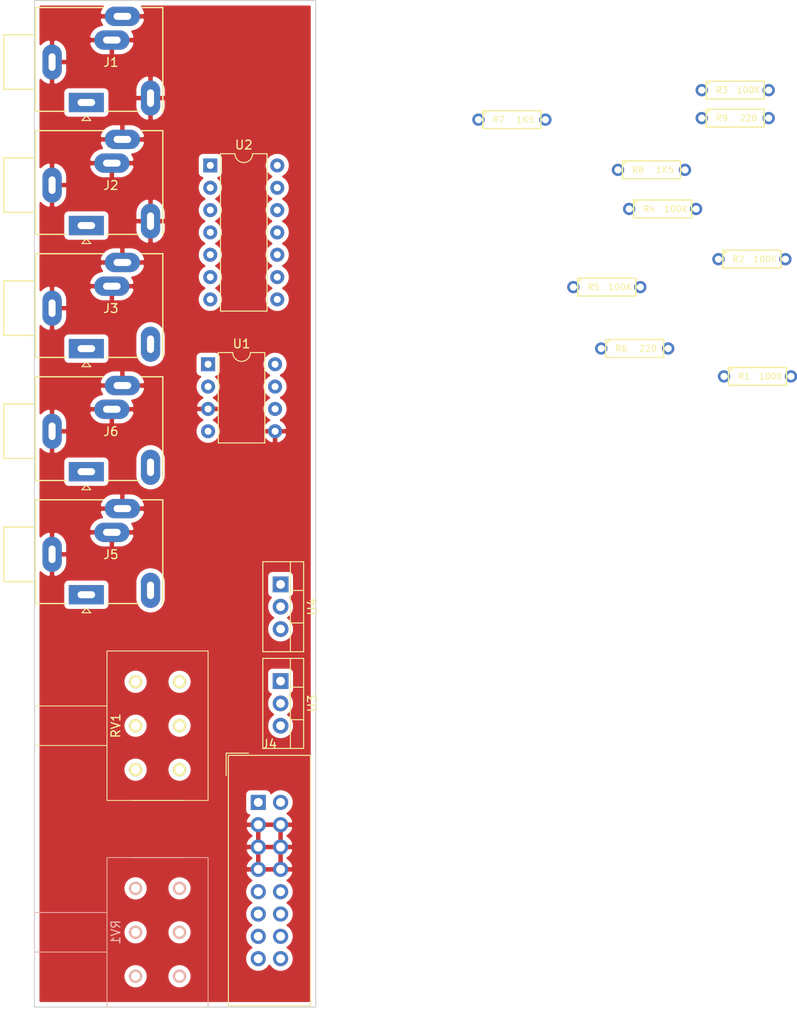
<source format=kicad_pcb>
(kicad_pcb (version 20171130) (host pcbnew "(5.1.5-0-10_14)")

  (general
    (thickness 1.6)
    (drawings 4)
    (tracks 0)
    (zones 0)
    (modules 21)
    (nets 20)
  )

  (page A4)
  (layers
    (0 F.Cu signal)
    (31 B.Cu signal)
    (32 B.Adhes user)
    (33 F.Adhes user)
    (34 B.Paste user)
    (35 F.Paste user)
    (36 B.SilkS user)
    (37 F.SilkS user)
    (38 B.Mask user)
    (39 F.Mask user)
    (40 Dwgs.User user)
    (41 Cmts.User user)
    (42 Eco1.User user)
    (43 Eco2.User user)
    (44 Edge.Cuts user)
    (45 Margin user)
    (46 B.CrtYd user)
    (47 F.CrtYd user)
    (48 B.Fab user)
    (49 F.Fab user)
  )

  (setup
    (last_trace_width 0.25)
    (trace_clearance 0.2)
    (zone_clearance 0.508)
    (zone_45_only no)
    (trace_min 0.2)
    (via_size 0.8)
    (via_drill 0.4)
    (via_min_size 0.4)
    (via_min_drill 0.3)
    (uvia_size 0.3)
    (uvia_drill 0.1)
    (uvias_allowed no)
    (uvia_min_size 0.2)
    (uvia_min_drill 0.1)
    (edge_width 0.05)
    (segment_width 0.2)
    (pcb_text_width 0.3)
    (pcb_text_size 1.5 1.5)
    (mod_edge_width 0.12)
    (mod_text_size 1 1)
    (mod_text_width 0.15)
    (pad_size 1.524 1.524)
    (pad_drill 0.762)
    (pad_to_mask_clearance 0.051)
    (solder_mask_min_width 0.25)
    (aux_axis_origin 0 0)
    (visible_elements FFFFFF7F)
    (pcbplotparams
      (layerselection 0x010fc_ffffffff)
      (usegerberextensions false)
      (usegerberattributes false)
      (usegerberadvancedattributes false)
      (creategerberjobfile false)
      (excludeedgelayer true)
      (linewidth 0.100000)
      (plotframeref false)
      (viasonmask false)
      (mode 1)
      (useauxorigin false)
      (hpglpennumber 1)
      (hpglpenspeed 20)
      (hpglpendiameter 15.000000)
      (psnegative false)
      (psa4output false)
      (plotreference true)
      (plotvalue true)
      (plotinvisibletext false)
      (padsonsilk false)
      (subtractmaskfromsilk false)
      (outputformat 1)
      (mirror false)
      (drillshape 1)
      (scaleselection 1)
      (outputdirectory ""))
  )

  (net 0 "")
  (net 1 GND)
  (net 2 +5V)
  (net 3 -12V)
  (net 4 +12V)
  (net 5 AIN)
  (net 6 BIN)
  (net 7 GATE)
  (net 8 "Net-(J4-Pad13)")
  (net 9 "Net-(J4-Pad15)")
  (net 10 ~OUT)
  (net 11 OUT)
  (net 12 "Net-(R1-Pad1)")
  (net 13 "Net-(R4-Pad2)")
  (net 14 "Net-(R6-Pad1)")
  (net 15 "Net-(R6-Pad2)")
  (net 16 "Net-(R8-Pad2)")
  (net 17 "Net-(R9-Pad2)")
  (net 18 "Net-(RV1-Pad3)")
  (net 19 "Net-(RV1-Pad6)")

  (net_class Default "This is the default net class."
    (clearance 0.2)
    (trace_width 0.25)
    (via_dia 0.8)
    (via_drill 0.4)
    (uvia_dia 0.3)
    (uvia_drill 0.1)
    (add_net +12V)
    (add_net +5V)
    (add_net -12V)
    (add_net AIN)
    (add_net BIN)
    (add_net GATE)
    (add_net GND)
    (add_net "Net-(J4-Pad13)")
    (add_net "Net-(J4-Pad15)")
    (add_net "Net-(R1-Pad1)")
    (add_net "Net-(R4-Pad2)")
    (add_net "Net-(R6-Pad1)")
    (add_net "Net-(R6-Pad2)")
    (add_net "Net-(R8-Pad2)")
    (add_net "Net-(R9-Pad2)")
    (add_net "Net-(RV1-Pad3)")
    (add_net "Net-(RV1-Pad6)")
    (add_net OUT)
    (add_net ~OUT)
  )

  (module synth:Jack_3.5mm_Ledino_KB3SPRS_Horizontal (layer F.Cu) (tedit 5EC9ABAC) (tstamp 5ECB51B0)
    (at 103.9 24.6)
    (descr https://www.reichelt.de/index.html?ACTION=7&LA=3&OPEN=0&INDEX=0&FILENAME=C160%252FKB3SPRS.pdf)
    (tags "jack stereo TRS")
    (path /5EC96195)
    (fp_text reference J1 (at 2.794 -4.572) (layer F.SilkS)
      (effects (font (size 1 1) (thickness 0.15)))
    )
    (fp_text value AIN (at 7.6 -9.1 90) (layer F.Fab)
      (effects (font (size 1 1) (thickness 0.15)))
    )
    (fp_circle (center 0.1 -1.75) (end 0.4 -1.55) (layer F.Fab) (width 0.12))
    (fp_line (start 9.1 2) (end 9.1 -11.4) (layer F.CrtYd) (width 0.05))
    (fp_line (start -9.8 -11.4) (end -9.8 2) (layer F.CrtYd) (width 0.05))
    (fp_line (start -9.4 -1.5) (end -5.8 -1.5) (layer F.SilkS) (width 0.15))
    (fp_line (start -9.4 -7.7) (end -9.4 -1.5) (layer F.SilkS) (width 0.15))
    (fp_line (start -5.8 -7.7) (end -9.4 -7.7) (layer F.SilkS) (width 0.15))
    (fp_line (start -5.8 1) (end -5.8 -10.8) (layer F.SilkS) (width 0.15))
    (fp_line (start -2.25 1) (end -5.8 1) (layer F.SilkS) (width 0.15))
    (fp_line (start 6 1) (end 2.25 1) (layer F.SilkS) (width 0.15))
    (fp_line (start 8.7 1) (end 8.6 1) (layer F.SilkS) (width 0.15))
    (fp_line (start 8.7 -10.8) (end 8.7 1) (layer F.SilkS) (width 0.15))
    (fp_line (start 6.3 -10.8) (end 8.7 -10.8) (layer F.SilkS) (width 0.15))
    (fp_line (start -5.8 -10.8) (end 1.95 -10.8) (layer F.SilkS) (width 0.15))
    (fp_line (start 9.1 -11.4) (end -9.8 -11.4) (layer F.CrtYd) (width 0.05))
    (fp_line (start -9.8 2) (end 9.1 2) (layer F.CrtYd) (width 0.05))
    (fp_line (start 8.6 -10.7) (end -5.7 -10.7) (layer F.Fab) (width 0.1))
    (fp_line (start 8.6 0.9) (end 8.6 -10.7) (layer F.Fab) (width 0.1))
    (fp_line (start -5.7 0.9) (end 8.6 0.9) (layer F.Fab) (width 0.1))
    (fp_line (start -5.7 -10.7) (end -5.7 0.9) (layer F.Fab) (width 0.1))
    (fp_line (start -9.3 -7.6) (end -5.7 -7.6) (layer F.Fab) (width 0.1))
    (fp_line (start -9.3 -1.6) (end -5.7 -1.6) (layer F.Fab) (width 0.1))
    (fp_line (start -9.3 -7.6) (end -9.3 -1.6) (layer F.Fab) (width 0.1))
    (fp_line (start 0 1.5) (end -0.5 2.05) (layer F.SilkS) (width 0.12))
    (fp_line (start -0.5 2.05) (end 0.5 2.05) (layer F.SilkS) (width 0.12))
    (fp_line (start 0.5 2.05) (end 0 1.5) (layer F.SilkS) (width 0.12))
    (fp_text user %R (at 2.794 -4.6) (layer F.Fab)
      (effects (font (size 1 1) (thickness 0.15)))
    )
    (pad G thru_hole oval (at -3.9 -4.6) (size 2.2 4) (drill oval 0.8 2) (layers *.Cu *.Mask)
      (net 1 GND))
    (pad S thru_hole oval (at 4.1 -9.8) (size 4 2.2) (drill oval 2 0.8) (layers *.Cu *.Mask)
      (net 1 GND))
    (pad SN thru_hole oval (at 2.9 -7.1) (size 4 2.2) (drill oval 2 0.8) (layers *.Cu *.Mask)
      (net 1 GND))
    (pad TN thru_hole oval (at 7.3 -0.5 90) (size 4 2.2) (drill oval 2 0.8) (layers *.Cu *.Mask)
      (net 1 GND))
    (pad T thru_hole rect (at 0 0) (size 4 2.2) (drill oval 2 0.8) (layers *.Cu *.Mask)
      (net 5 AIN))
    (model ${KISYS3DMOD}/Connector_Audio.3dshapes/Jack_3.5mm_Ledino_KB3SPRS_Horizontal.wrl
      (at (xyz 0 0 0))
      (scale (xyz 1 1 1))
      (rotate (xyz 0 0 0))
    )
  )

  (module rdeterre/misc.pretty:Potentiometer_Bourns_PDB182-K_Dual (layer B.Cu) (tedit 554C3AB9) (tstamp 5ECB36CB)
    (at 112 119 90)
    (path /5ECF889E)
    (fp_text reference RV1 (at 0 -4.75 270) (layer B.SilkS)
      (effects (font (size 1 1) (thickness 0.15)) (justify mirror))
    )
    (fp_text value 100K (at 0 0.25 270) (layer B.Fab)
      (effects (font (size 1 1) (thickness 0.15)) (justify mirror))
    )
    (fp_line (start 8.5 3) (end 8.5 -3) (layer B.SilkS) (width 0.1))
    (fp_line (start -8.5 5.75) (end 8.5 5.75) (layer B.SilkS) (width 0.1))
    (fp_line (start -8.5 -5.75) (end -8.5 5.75) (layer B.SilkS) (width 0.1))
    (fp_line (start 8.5 -5.75) (end -8.5 -5.75) (layer B.SilkS) (width 0.1))
    (fp_line (start 8.5 5.75) (end 8.5 -5.75) (layer B.SilkS) (width 0.1))
    (fp_line (start -2.25 -14) (end 2 -14) (layer B.SilkS) (width 0.1))
    (fp_line (start -2.25 -5.75) (end -2.25 -14) (layer B.SilkS) (width 0.1))
    (fp_line (start 2.25 -14) (end 2.25 -5.75) (layer B.SilkS) (width 0.1))
    (fp_line (start 2 -14) (end 2.25 -14) (layer B.SilkS) (width 0.1))
    (pad 6 thru_hole circle (at 5 2.5 90) (size 1.5 1.5) (drill 1) (layers *.Cu *.Mask B.SilkS)
      (net 19 "Net-(RV1-Pad6)"))
    (pad 5 thru_hole circle (at 0 2.5 90) (size 1.5 1.5) (drill 1) (layers *.Cu *.Mask B.SilkS)
      (net 18 "Net-(RV1-Pad3)"))
    (pad 4 thru_hole circle (at -5 2.5 90) (size 1.5 1.5) (drill 1) (layers *.Cu *.Mask B.SilkS)
      (net 18 "Net-(RV1-Pad3)"))
    (pad 3 thru_hole circle (at 5 -2.5 90) (size 1.5 1.5) (drill 1) (layers *.Cu *.Mask B.SilkS)
      (net 18 "Net-(RV1-Pad3)"))
    (pad 2 thru_hole circle (at 0 -2.5 90) (size 1.5 1.5) (drill 1) (layers *.Cu *.Mask B.SilkS)
      (net 12 "Net-(R1-Pad1)"))
    (pad 1 thru_hole circle (at -5 -2.5 90) (size 1.5 1.5) (drill 1) (layers *.Cu *.Mask B.SilkS)
      (net 12 "Net-(R1-Pad1)"))
  )

  (module 4ms/4ms-kicad-lib/4ms-footprints.pretty:Resistor_TH_300 (layer F.Cu) (tedit 593AF381) (tstamp 5ECAEA16)
    (at 180.26 55.76)
    (descr "Resitance 3 pas")
    (tags R)
    (path /5ECB39F0)
    (fp_text reference R1 (at -1.524 0) (layer F.SilkS)
      (effects (font (size 0.7 0.7) (thickness 0.1)))
    )
    (fp_text value 100K (at 1.524 0) (layer F.SilkS)
      (effects (font (size 0.7 0.7) (thickness 0.1)))
    )
    (fp_line (start -3.81 0) (end -3.302 0) (layer F.SilkS) (width 0.15))
    (fp_line (start 3.81 0) (end 3.302 0) (layer F.SilkS) (width 0.15))
    (fp_line (start 3.302 0) (end 3.302 -1.016) (layer F.SilkS) (width 0.15))
    (fp_line (start 3.302 -1.016) (end -3.302 -1.016) (layer F.SilkS) (width 0.15))
    (fp_line (start -3.302 -1.016) (end -3.302 1.016) (layer F.SilkS) (width 0.15))
    (fp_line (start -3.302 1.016) (end 3.302 1.016) (layer F.SilkS) (width 0.15))
    (fp_line (start 3.302 1.016) (end 3.302 0) (layer F.SilkS) (width 0.15))
    (fp_line (start -3.302 -0.508) (end -2.794 -1.016) (layer F.SilkS) (width 0.15))
    (pad 1 thru_hole circle (at -3.81 0) (size 1.397 1.397) (drill 0.8128) (layers *.Cu *.Mask)
      (net 12 "Net-(R1-Pad1)"))
    (pad 2 thru_hole circle (at 3.81 0) (size 1.397 1.397) (drill 0.8128) (layers *.Cu *.Mask)
      (net 5 AIN))
    (model Discret.3dshapes/R3.wrl
      (at (xyz 0 0 0))
      (scale (xyz 0.3 0.3 0.3))
      (rotate (xyz 0 0 0))
    )
  )

  (module 4ms/4ms-kicad-lib/4ms-footprints.pretty:Resistor_TH_300 (layer F.Cu) (tedit 593AF381) (tstamp 5ECAEA24)
    (at 179.625 42.425)
    (descr "Resitance 3 pas")
    (tags R)
    (path /5ECB414F)
    (fp_text reference R2 (at -1.524 0) (layer F.SilkS)
      (effects (font (size 0.7 0.7) (thickness 0.1)))
    )
    (fp_text value 100K (at 1.524 0) (layer F.SilkS)
      (effects (font (size 0.7 0.7) (thickness 0.1)))
    )
    (fp_line (start -3.302 -0.508) (end -2.794 -1.016) (layer F.SilkS) (width 0.15))
    (fp_line (start 3.302 1.016) (end 3.302 0) (layer F.SilkS) (width 0.15))
    (fp_line (start -3.302 1.016) (end 3.302 1.016) (layer F.SilkS) (width 0.15))
    (fp_line (start -3.302 -1.016) (end -3.302 1.016) (layer F.SilkS) (width 0.15))
    (fp_line (start 3.302 -1.016) (end -3.302 -1.016) (layer F.SilkS) (width 0.15))
    (fp_line (start 3.302 0) (end 3.302 -1.016) (layer F.SilkS) (width 0.15))
    (fp_line (start 3.81 0) (end 3.302 0) (layer F.SilkS) (width 0.15))
    (fp_line (start -3.81 0) (end -3.302 0) (layer F.SilkS) (width 0.15))
    (pad 2 thru_hole circle (at 3.81 0) (size 1.397 1.397) (drill 0.8128) (layers *.Cu *.Mask)
      (net 6 BIN))
    (pad 1 thru_hole circle (at -3.81 0) (size 1.397 1.397) (drill 0.8128) (layers *.Cu *.Mask)
      (net 12 "Net-(R1-Pad1)"))
    (model Discret.3dshapes/R3.wrl
      (at (xyz 0 0 0))
      (scale (xyz 0.3 0.3 0.3))
      (rotate (xyz 0 0 0))
    )
  )

  (module 4ms/4ms-kicad-lib/4ms-footprints.pretty:Resistor_TH_300 (layer F.Cu) (tedit 593AF381) (tstamp 5ECAEA32)
    (at 177.7235 23.196001)
    (descr "Resitance 3 pas")
    (tags R)
    (path /5EE4AAAD)
    (fp_text reference R3 (at -1.524 0) (layer F.SilkS)
      (effects (font (size 0.7 0.7) (thickness 0.1)))
    )
    (fp_text value 100K (at 1.524 0) (layer F.SilkS)
      (effects (font (size 0.7 0.7) (thickness 0.1)))
    )
    (fp_line (start -3.81 0) (end -3.302 0) (layer F.SilkS) (width 0.15))
    (fp_line (start 3.81 0) (end 3.302 0) (layer F.SilkS) (width 0.15))
    (fp_line (start 3.302 0) (end 3.302 -1.016) (layer F.SilkS) (width 0.15))
    (fp_line (start 3.302 -1.016) (end -3.302 -1.016) (layer F.SilkS) (width 0.15))
    (fp_line (start -3.302 -1.016) (end -3.302 1.016) (layer F.SilkS) (width 0.15))
    (fp_line (start -3.302 1.016) (end 3.302 1.016) (layer F.SilkS) (width 0.15))
    (fp_line (start 3.302 1.016) (end 3.302 0) (layer F.SilkS) (width 0.15))
    (fp_line (start -3.302 -0.508) (end -2.794 -1.016) (layer F.SilkS) (width 0.15))
    (pad 1 thru_hole circle (at -3.81 0) (size 1.397 1.397) (drill 0.8128) (layers *.Cu *.Mask)
      (net 7 GATE))
    (pad 2 thru_hole circle (at 3.81 0) (size 1.397 1.397) (drill 0.8128) (layers *.Cu *.Mask)
      (net 1 GND))
    (model Discret.3dshapes/R3.wrl
      (at (xyz 0 0 0))
      (scale (xyz 0.3 0.3 0.3))
      (rotate (xyz 0 0 0))
    )
  )

  (module 4ms/4ms-kicad-lib/4ms-footprints.pretty:Resistor_TH_300 (layer F.Cu) (tedit 593AF381) (tstamp 5ECAEA40)
    (at 169.465 36.71)
    (descr "Resitance 3 pas")
    (tags R)
    (path /5ECC6761)
    (fp_text reference R4 (at -1.524 0) (layer F.SilkS)
      (effects (font (size 0.7 0.7) (thickness 0.1)))
    )
    (fp_text value 100K (at 1.524 0) (layer F.SilkS)
      (effects (font (size 0.7 0.7) (thickness 0.1)))
    )
    (fp_line (start -3.302 -0.508) (end -2.794 -1.016) (layer F.SilkS) (width 0.15))
    (fp_line (start 3.302 1.016) (end 3.302 0) (layer F.SilkS) (width 0.15))
    (fp_line (start -3.302 1.016) (end 3.302 1.016) (layer F.SilkS) (width 0.15))
    (fp_line (start -3.302 -1.016) (end -3.302 1.016) (layer F.SilkS) (width 0.15))
    (fp_line (start 3.302 -1.016) (end -3.302 -1.016) (layer F.SilkS) (width 0.15))
    (fp_line (start 3.302 0) (end 3.302 -1.016) (layer F.SilkS) (width 0.15))
    (fp_line (start 3.81 0) (end 3.302 0) (layer F.SilkS) (width 0.15))
    (fp_line (start -3.81 0) (end -3.302 0) (layer F.SilkS) (width 0.15))
    (pad 2 thru_hole circle (at 3.81 0) (size 1.397 1.397) (drill 0.8128) (layers *.Cu *.Mask)
      (net 13 "Net-(R4-Pad2)"))
    (pad 1 thru_hole circle (at -3.81 0) (size 1.397 1.397) (drill 0.8128) (layers *.Cu *.Mask)
      (net 10 ~OUT))
    (model Discret.3dshapes/R3.wrl
      (at (xyz 0 0 0))
      (scale (xyz 0.3 0.3 0.3))
      (rotate (xyz 0 0 0))
    )
  )

  (module 4ms/4ms-kicad-lib/4ms-footprints.pretty:Resistor_TH_300 (layer F.Cu) (tedit 593AF381) (tstamp 5ECAEA4E)
    (at 163.115 45.6)
    (descr "Resitance 3 pas")
    (tags R)
    (path /5ECD4025)
    (fp_text reference R5 (at -1.524 0) (layer F.SilkS)
      (effects (font (size 0.7 0.7) (thickness 0.1)))
    )
    (fp_text value 100K (at 1.524 0) (layer F.SilkS)
      (effects (font (size 0.7 0.7) (thickness 0.1)))
    )
    (fp_line (start -3.302 -0.508) (end -2.794 -1.016) (layer F.SilkS) (width 0.15))
    (fp_line (start 3.302 1.016) (end 3.302 0) (layer F.SilkS) (width 0.15))
    (fp_line (start -3.302 1.016) (end 3.302 1.016) (layer F.SilkS) (width 0.15))
    (fp_line (start -3.302 -1.016) (end -3.302 1.016) (layer F.SilkS) (width 0.15))
    (fp_line (start 3.302 -1.016) (end -3.302 -1.016) (layer F.SilkS) (width 0.15))
    (fp_line (start 3.302 0) (end 3.302 -1.016) (layer F.SilkS) (width 0.15))
    (fp_line (start 3.81 0) (end 3.302 0) (layer F.SilkS) (width 0.15))
    (fp_line (start -3.81 0) (end -3.302 0) (layer F.SilkS) (width 0.15))
    (pad 2 thru_hole circle (at 3.81 0) (size 1.397 1.397) (drill 0.8128) (layers *.Cu *.Mask)
      (net 11 OUT))
    (pad 1 thru_hole circle (at -3.81 0) (size 1.397 1.397) (drill 0.8128) (layers *.Cu *.Mask)
      (net 13 "Net-(R4-Pad2)"))
    (model Discret.3dshapes/R3.wrl
      (at (xyz 0 0 0))
      (scale (xyz 0.3 0.3 0.3))
      (rotate (xyz 0 0 0))
    )
  )

  (module 4ms/4ms-kicad-lib/4ms-footprints.pretty:Resistor_TH_300 (layer F.Cu) (tedit 593AF381) (tstamp 5ECAEA5C)
    (at 166.29 52.585)
    (descr "Resitance 3 pas")
    (tags R)
    (path /5EE7FBA2)
    (fp_text reference R6 (at -1.524 0) (layer F.SilkS)
      (effects (font (size 0.7 0.7) (thickness 0.1)))
    )
    (fp_text value 220 (at 1.524 0) (layer F.SilkS)
      (effects (font (size 0.7 0.7) (thickness 0.1)))
    )
    (fp_line (start -3.81 0) (end -3.302 0) (layer F.SilkS) (width 0.15))
    (fp_line (start 3.81 0) (end 3.302 0) (layer F.SilkS) (width 0.15))
    (fp_line (start 3.302 0) (end 3.302 -1.016) (layer F.SilkS) (width 0.15))
    (fp_line (start 3.302 -1.016) (end -3.302 -1.016) (layer F.SilkS) (width 0.15))
    (fp_line (start -3.302 -1.016) (end -3.302 1.016) (layer F.SilkS) (width 0.15))
    (fp_line (start -3.302 1.016) (end 3.302 1.016) (layer F.SilkS) (width 0.15))
    (fp_line (start 3.302 1.016) (end 3.302 0) (layer F.SilkS) (width 0.15))
    (fp_line (start -3.302 -0.508) (end -2.794 -1.016) (layer F.SilkS) (width 0.15))
    (pad 1 thru_hole circle (at -3.81 0) (size 1.397 1.397) (drill 0.8128) (layers *.Cu *.Mask)
      (net 14 "Net-(R6-Pad1)"))
    (pad 2 thru_hole circle (at 3.81 0) (size 1.397 1.397) (drill 0.8128) (layers *.Cu *.Mask)
      (net 15 "Net-(R6-Pad2)"))
    (model Discret.3dshapes/R3.wrl
      (at (xyz 0 0 0))
      (scale (xyz 0.3 0.3 0.3))
      (rotate (xyz 0 0 0))
    )
  )

  (module 4ms/4ms-kicad-lib/4ms-footprints.pretty:Resistor_TH_300 (layer F.Cu) (tedit 593AF381) (tstamp 5ECAEA6A)
    (at 152.32 26.55)
    (descr "Resitance 3 pas")
    (tags R)
    (path /5EE7FF26)
    (fp_text reference R7 (at -1.524 0) (layer F.SilkS)
      (effects (font (size 0.7 0.7) (thickness 0.1)))
    )
    (fp_text value 1K5 (at 1.524 0) (layer F.SilkS)
      (effects (font (size 0.7 0.7) (thickness 0.1)))
    )
    (fp_line (start -3.302 -0.508) (end -2.794 -1.016) (layer F.SilkS) (width 0.15))
    (fp_line (start 3.302 1.016) (end 3.302 0) (layer F.SilkS) (width 0.15))
    (fp_line (start -3.302 1.016) (end 3.302 1.016) (layer F.SilkS) (width 0.15))
    (fp_line (start -3.302 -1.016) (end -3.302 1.016) (layer F.SilkS) (width 0.15))
    (fp_line (start 3.302 -1.016) (end -3.302 -1.016) (layer F.SilkS) (width 0.15))
    (fp_line (start 3.302 0) (end 3.302 -1.016) (layer F.SilkS) (width 0.15))
    (fp_line (start 3.81 0) (end 3.302 0) (layer F.SilkS) (width 0.15))
    (fp_line (start -3.81 0) (end -3.302 0) (layer F.SilkS) (width 0.15))
    (pad 2 thru_hole circle (at 3.81 0) (size 1.397 1.397) (drill 0.8128) (layers *.Cu *.Mask)
      (net 1 GND))
    (pad 1 thru_hole circle (at -3.81 0) (size 1.397 1.397) (drill 0.8128) (layers *.Cu *.Mask)
      (net 15 "Net-(R6-Pad2)"))
    (model Discret.3dshapes/R3.wrl
      (at (xyz 0 0 0))
      (scale (xyz 0.3 0.3 0.3))
      (rotate (xyz 0 0 0))
    )
  )

  (module 4ms/4ms-kicad-lib/4ms-footprints.pretty:Resistor_TH_300 (layer F.Cu) (tedit 593AF381) (tstamp 5ECAF45C)
    (at 168.195 32.265)
    (descr "Resitance 3 pas")
    (tags R)
    (path /5EE80442)
    (fp_text reference R8 (at -1.524 0) (layer F.SilkS)
      (effects (font (size 0.7 0.7) (thickness 0.1)))
    )
    (fp_text value 1K5 (at 1.524 0) (layer F.SilkS)
      (effects (font (size 0.7 0.7) (thickness 0.1)))
    )
    (fp_line (start -3.81 0) (end -3.302 0) (layer F.SilkS) (width 0.15))
    (fp_line (start 3.81 0) (end 3.302 0) (layer F.SilkS) (width 0.15))
    (fp_line (start 3.302 0) (end 3.302 -1.016) (layer F.SilkS) (width 0.15))
    (fp_line (start 3.302 -1.016) (end -3.302 -1.016) (layer F.SilkS) (width 0.15))
    (fp_line (start -3.302 -1.016) (end -3.302 1.016) (layer F.SilkS) (width 0.15))
    (fp_line (start -3.302 1.016) (end 3.302 1.016) (layer F.SilkS) (width 0.15))
    (fp_line (start 3.302 1.016) (end 3.302 0) (layer F.SilkS) (width 0.15))
    (fp_line (start -3.302 -0.508) (end -2.794 -1.016) (layer F.SilkS) (width 0.15))
    (pad 1 thru_hole circle (at -3.81 0) (size 1.397 1.397) (drill 0.8128) (layers *.Cu *.Mask)
      (net 1 GND))
    (pad 2 thru_hole circle (at 3.81 0) (size 1.397 1.397) (drill 0.8128) (layers *.Cu *.Mask)
      (net 16 "Net-(R8-Pad2)"))
    (model Discret.3dshapes/R3.wrl
      (at (xyz 0 0 0))
      (scale (xyz 0.3 0.3 0.3))
      (rotate (xyz 0 0 0))
    )
  )

  (module 4ms/4ms-kicad-lib/4ms-footprints.pretty:Resistor_TH_300 (layer F.Cu) (tedit 593AF381) (tstamp 5ECAEA86)
    (at 177.7235 26.376001)
    (descr "Resitance 3 pas")
    (tags R)
    (path /5EE808CB)
    (fp_text reference R9 (at -1.524 0) (layer F.SilkS)
      (effects (font (size 0.7 0.7) (thickness 0.1)))
    )
    (fp_text value 220 (at 1.524 0) (layer F.SilkS)
      (effects (font (size 0.7 0.7) (thickness 0.1)))
    )
    (fp_line (start -3.81 0) (end -3.302 0) (layer F.SilkS) (width 0.15))
    (fp_line (start 3.81 0) (end 3.302 0) (layer F.SilkS) (width 0.15))
    (fp_line (start 3.302 0) (end 3.302 -1.016) (layer F.SilkS) (width 0.15))
    (fp_line (start 3.302 -1.016) (end -3.302 -1.016) (layer F.SilkS) (width 0.15))
    (fp_line (start -3.302 -1.016) (end -3.302 1.016) (layer F.SilkS) (width 0.15))
    (fp_line (start -3.302 1.016) (end 3.302 1.016) (layer F.SilkS) (width 0.15))
    (fp_line (start 3.302 1.016) (end 3.302 0) (layer F.SilkS) (width 0.15))
    (fp_line (start -3.302 -0.508) (end -2.794 -1.016) (layer F.SilkS) (width 0.15))
    (pad 1 thru_hole circle (at -3.81 0) (size 1.397 1.397) (drill 0.8128) (layers *.Cu *.Mask)
      (net 16 "Net-(R8-Pad2)"))
    (pad 2 thru_hole circle (at 3.81 0) (size 1.397 1.397) (drill 0.8128) (layers *.Cu *.Mask)
      (net 17 "Net-(R9-Pad2)"))
    (model Discret.3dshapes/R3.wrl
      (at (xyz 0 0 0))
      (scale (xyz 0.3 0.3 0.3))
      (rotate (xyz 0 0 0))
    )
  )

  (module synth:Jack_3.5mm_Ledino_KB3SPRS_Horizontal (layer F.Cu) (tedit 5EC9ABAC) (tstamp 5ECB4C4E)
    (at 103.9 38.6)
    (descr https://www.reichelt.de/index.html?ACTION=7&LA=3&OPEN=0&INDEX=0&FILENAME=C160%252FKB3SPRS.pdf)
    (tags "jack stereo TRS")
    (path /5EC9F2C7)
    (fp_text reference J2 (at 2.794 -4.572) (layer F.SilkS)
      (effects (font (size 1 1) (thickness 0.15)))
    )
    (fp_text value BIN (at 7.85 -9.1 270) (layer F.Fab)
      (effects (font (size 1 1) (thickness 0.15)))
    )
    (fp_text user %R (at 2.794 -4.6) (layer F.Fab)
      (effects (font (size 1 1) (thickness 0.15)))
    )
    (fp_line (start 0.5 2.05) (end 0 1.5) (layer F.SilkS) (width 0.12))
    (fp_line (start -0.5 2.05) (end 0.5 2.05) (layer F.SilkS) (width 0.12))
    (fp_line (start 0 1.5) (end -0.5 2.05) (layer F.SilkS) (width 0.12))
    (fp_line (start -9.3 -7.6) (end -9.3 -1.6) (layer F.Fab) (width 0.1))
    (fp_line (start -9.3 -1.6) (end -5.7 -1.6) (layer F.Fab) (width 0.1))
    (fp_line (start -9.3 -7.6) (end -5.7 -7.6) (layer F.Fab) (width 0.1))
    (fp_line (start -5.7 -10.7) (end -5.7 0.9) (layer F.Fab) (width 0.1))
    (fp_line (start -5.7 0.9) (end 8.6 0.9) (layer F.Fab) (width 0.1))
    (fp_line (start 8.6 0.9) (end 8.6 -10.7) (layer F.Fab) (width 0.1))
    (fp_line (start 8.6 -10.7) (end -5.7 -10.7) (layer F.Fab) (width 0.1))
    (fp_line (start -9.8 2) (end 9.1 2) (layer F.CrtYd) (width 0.05))
    (fp_line (start 9.1 -11.4) (end -9.8 -11.4) (layer F.CrtYd) (width 0.05))
    (fp_line (start -5.8 -10.8) (end 1.95 -10.8) (layer F.SilkS) (width 0.15))
    (fp_line (start 6.3 -10.8) (end 8.7 -10.8) (layer F.SilkS) (width 0.15))
    (fp_line (start 8.7 -10.8) (end 8.7 1) (layer F.SilkS) (width 0.15))
    (fp_line (start 8.7 1) (end 8.6 1) (layer F.SilkS) (width 0.15))
    (fp_line (start 6 1) (end 2.25 1) (layer F.SilkS) (width 0.15))
    (fp_line (start -2.25 1) (end -5.8 1) (layer F.SilkS) (width 0.15))
    (fp_line (start -5.8 1) (end -5.8 -10.8) (layer F.SilkS) (width 0.15))
    (fp_line (start -5.8 -7.7) (end -9.4 -7.7) (layer F.SilkS) (width 0.15))
    (fp_line (start -9.4 -7.7) (end -9.4 -1.5) (layer F.SilkS) (width 0.15))
    (fp_line (start -9.4 -1.5) (end -5.8 -1.5) (layer F.SilkS) (width 0.15))
    (fp_line (start -9.8 -11.4) (end -9.8 2) (layer F.CrtYd) (width 0.05))
    (fp_line (start 9.1 2) (end 9.1 -11.4) (layer F.CrtYd) (width 0.05))
    (fp_circle (center 0.1 -1.75) (end 0.4 -1.55) (layer F.Fab) (width 0.12))
    (pad T thru_hole rect (at 0 0) (size 4 2.2) (drill oval 2 0.8) (layers *.Cu *.Mask)
      (net 6 BIN))
    (pad TN thru_hole oval (at 7.3 -0.5 90) (size 4 2.2) (drill oval 2 0.8) (layers *.Cu *.Mask)
      (net 1 GND))
    (pad SN thru_hole oval (at 2.9 -7.1) (size 4 2.2) (drill oval 2 0.8) (layers *.Cu *.Mask)
      (net 1 GND))
    (pad S thru_hole oval (at 4.1 -9.8) (size 4 2.2) (drill oval 2 0.8) (layers *.Cu *.Mask)
      (net 1 GND))
    (pad G thru_hole oval (at -3.9 -4.6) (size 2.2 4) (drill oval 0.8 2) (layers *.Cu *.Mask)
      (net 1 GND))
    (model ${KISYS3DMOD}/Connector_Audio.3dshapes/Jack_3.5mm_Ledino_KB3SPRS_Horizontal.wrl
      (at (xyz 0 0 0))
      (scale (xyz 1 1 1))
      (rotate (xyz 0 0 0))
    )
  )

  (module synth:Jack_3.5mm_Ledino_KB3SPRS_Horizontal (layer F.Cu) (tedit 5EC9ABAC) (tstamp 5ECB27E9)
    (at 103.9 52.6)
    (descr https://www.reichelt.de/index.html?ACTION=7&LA=3&OPEN=0&INDEX=0&FILENAME=C160%252FKB3SPRS.pdf)
    (tags "jack stereo TRS")
    (path /5ECA298E)
    (fp_text reference J3 (at 2.794 -4.572) (layer F.SilkS)
      (effects (font (size 1 1) (thickness 0.15)))
    )
    (fp_text value GATE (at 7.85 -8.6 90) (layer F.Fab)
      (effects (font (size 1 1) (thickness 0.15)))
    )
    (fp_circle (center 0.1 -1.75) (end 0.4 -1.55) (layer F.Fab) (width 0.12))
    (fp_line (start 9.1 2) (end 9.1 -11.4) (layer F.CrtYd) (width 0.05))
    (fp_line (start -9.8 -11.4) (end -9.8 2) (layer F.CrtYd) (width 0.05))
    (fp_line (start -9.4 -1.5) (end -5.8 -1.5) (layer F.SilkS) (width 0.15))
    (fp_line (start -9.4 -7.7) (end -9.4 -1.5) (layer F.SilkS) (width 0.15))
    (fp_line (start -5.8 -7.7) (end -9.4 -7.7) (layer F.SilkS) (width 0.15))
    (fp_line (start -5.8 1) (end -5.8 -10.8) (layer F.SilkS) (width 0.15))
    (fp_line (start -2.25 1) (end -5.8 1) (layer F.SilkS) (width 0.15))
    (fp_line (start 6 1) (end 2.25 1) (layer F.SilkS) (width 0.15))
    (fp_line (start 8.7 1) (end 8.6 1) (layer F.SilkS) (width 0.15))
    (fp_line (start 8.7 -10.8) (end 8.7 1) (layer F.SilkS) (width 0.15))
    (fp_line (start 6.3 -10.8) (end 8.7 -10.8) (layer F.SilkS) (width 0.15))
    (fp_line (start -5.8 -10.8) (end 1.95 -10.8) (layer F.SilkS) (width 0.15))
    (fp_line (start 9.1 -11.4) (end -9.8 -11.4) (layer F.CrtYd) (width 0.05))
    (fp_line (start -9.8 2) (end 9.1 2) (layer F.CrtYd) (width 0.05))
    (fp_line (start 8.6 -10.7) (end -5.7 -10.7) (layer F.Fab) (width 0.1))
    (fp_line (start 8.6 0.9) (end 8.6 -10.7) (layer F.Fab) (width 0.1))
    (fp_line (start -5.7 0.9) (end 8.6 0.9) (layer F.Fab) (width 0.1))
    (fp_line (start -5.7 -10.7) (end -5.7 0.9) (layer F.Fab) (width 0.1))
    (fp_line (start -9.3 -7.6) (end -5.7 -7.6) (layer F.Fab) (width 0.1))
    (fp_line (start -9.3 -1.6) (end -5.7 -1.6) (layer F.Fab) (width 0.1))
    (fp_line (start -9.3 -7.6) (end -9.3 -1.6) (layer F.Fab) (width 0.1))
    (fp_line (start 0 1.5) (end -0.5 2.05) (layer F.SilkS) (width 0.12))
    (fp_line (start -0.5 2.05) (end 0.5 2.05) (layer F.SilkS) (width 0.12))
    (fp_line (start 0.5 2.05) (end 0 1.5) (layer F.SilkS) (width 0.12))
    (fp_text user %R (at 2.794 -4.6) (layer F.Fab)
      (effects (font (size 1 1) (thickness 0.15)))
    )
    (pad G thru_hole oval (at -3.9 -4.6) (size 2.2 4) (drill oval 0.8 2) (layers *.Cu *.Mask)
      (net 1 GND))
    (pad S thru_hole oval (at 4.1 -9.8) (size 4 2.2) (drill oval 2 0.8) (layers *.Cu *.Mask)
      (net 1 GND))
    (pad SN thru_hole oval (at 2.9 -7.1) (size 4 2.2) (drill oval 2 0.8) (layers *.Cu *.Mask)
      (net 1 GND))
    (pad TN thru_hole oval (at 7.3 -0.5 90) (size 4 2.2) (drill oval 2 0.8) (layers *.Cu *.Mask)
      (net 2 +5V))
    (pad T thru_hole rect (at 0 0) (size 4 2.2) (drill oval 2 0.8) (layers *.Cu *.Mask)
      (net 7 GATE))
    (model ${KISYS3DMOD}/Connector_Audio.3dshapes/Jack_3.5mm_Ledino_KB3SPRS_Horizontal.wrl
      (at (xyz 0 0 0))
      (scale (xyz 1 1 1))
      (rotate (xyz 0 0 0))
    )
  )

  (module synth:Jack_3.5mm_Ledino_KB3SPRS_Horizontal (layer F.Cu) (tedit 5EC9ABAC) (tstamp 5ECB282D)
    (at 103.9 80.6)
    (descr https://www.reichelt.de/index.html?ACTION=7&LA=3&OPEN=0&INDEX=0&FILENAME=C160%252FKB3SPRS.pdf)
    (tags "jack stereo TRS")
    (path /5ECA5DD5)
    (fp_text reference J5 (at 2.794 -4.572) (layer F.SilkS)
      (effects (font (size 1 1) (thickness 0.15)))
    )
    (fp_text value ~OUT (at 7.85 -8.85 90) (layer F.Fab)
      (effects (font (size 1 1) (thickness 0.15)))
    )
    (fp_circle (center 0.1 -1.75) (end 0.4 -1.55) (layer F.Fab) (width 0.12))
    (fp_line (start 9.1 2) (end 9.1 -11.4) (layer F.CrtYd) (width 0.05))
    (fp_line (start -9.8 -11.4) (end -9.8 2) (layer F.CrtYd) (width 0.05))
    (fp_line (start -9.4 -1.5) (end -5.8 -1.5) (layer F.SilkS) (width 0.15))
    (fp_line (start -9.4 -7.7) (end -9.4 -1.5) (layer F.SilkS) (width 0.15))
    (fp_line (start -5.8 -7.7) (end -9.4 -7.7) (layer F.SilkS) (width 0.15))
    (fp_line (start -5.8 1) (end -5.8 -10.8) (layer F.SilkS) (width 0.15))
    (fp_line (start -2.25 1) (end -5.8 1) (layer F.SilkS) (width 0.15))
    (fp_line (start 6 1) (end 2.25 1) (layer F.SilkS) (width 0.15))
    (fp_line (start 8.7 1) (end 8.6 1) (layer F.SilkS) (width 0.15))
    (fp_line (start 8.7 -10.8) (end 8.7 1) (layer F.SilkS) (width 0.15))
    (fp_line (start 6.3 -10.8) (end 8.7 -10.8) (layer F.SilkS) (width 0.15))
    (fp_line (start -5.8 -10.8) (end 1.95 -10.8) (layer F.SilkS) (width 0.15))
    (fp_line (start 9.1 -11.4) (end -9.8 -11.4) (layer F.CrtYd) (width 0.05))
    (fp_line (start -9.8 2) (end 9.1 2) (layer F.CrtYd) (width 0.05))
    (fp_line (start 8.6 -10.7) (end -5.7 -10.7) (layer F.Fab) (width 0.1))
    (fp_line (start 8.6 0.9) (end 8.6 -10.7) (layer F.Fab) (width 0.1))
    (fp_line (start -5.7 0.9) (end 8.6 0.9) (layer F.Fab) (width 0.1))
    (fp_line (start -5.7 -10.7) (end -5.7 0.9) (layer F.Fab) (width 0.1))
    (fp_line (start -9.3 -7.6) (end -5.7 -7.6) (layer F.Fab) (width 0.1))
    (fp_line (start -9.3 -1.6) (end -5.7 -1.6) (layer F.Fab) (width 0.1))
    (fp_line (start -9.3 -7.6) (end -9.3 -1.6) (layer F.Fab) (width 0.1))
    (fp_line (start 0 1.5) (end -0.5 2.05) (layer F.SilkS) (width 0.12))
    (fp_line (start -0.5 2.05) (end 0.5 2.05) (layer F.SilkS) (width 0.12))
    (fp_line (start 0.5 2.05) (end 0 1.5) (layer F.SilkS) (width 0.12))
    (fp_text user %R (at 2.794 -4.6) (layer F.Fab)
      (effects (font (size 1 1) (thickness 0.15)))
    )
    (pad G thru_hole oval (at -3.9 -4.6) (size 2.2 4) (drill oval 0.8 2) (layers *.Cu *.Mask)
      (net 1 GND))
    (pad S thru_hole oval (at 4.1 -9.8) (size 4 2.2) (drill oval 2 0.8) (layers *.Cu *.Mask)
      (net 1 GND))
    (pad SN thru_hole oval (at 2.9 -7.1) (size 4 2.2) (drill oval 2 0.8) (layers *.Cu *.Mask)
      (net 1 GND))
    (pad TN thru_hole oval (at 7.3 -0.5 90) (size 4 2.2) (drill oval 2 0.8) (layers *.Cu *.Mask)
      (net 10 ~OUT))
    (pad T thru_hole rect (at 0 0) (size 4 2.2) (drill oval 2 0.8) (layers *.Cu *.Mask)
      (net 10 ~OUT))
    (model ${KISYS3DMOD}/Connector_Audio.3dshapes/Jack_3.5mm_Ledino_KB3SPRS_Horizontal.wrl
      (at (xyz 0 0 0))
      (scale (xyz 1 1 1))
      (rotate (xyz 0 0 0))
    )
  )

  (module synth:Jack_3.5mm_Ledino_KB3SPRS_Horizontal (layer F.Cu) (tedit 5EC9ABAC) (tstamp 5ECB4115)
    (at 103.9 66.6)
    (descr https://www.reichelt.de/index.html?ACTION=7&LA=3&OPEN=0&INDEX=0&FILENAME=C160%252FKB3SPRS.pdf)
    (tags "jack stereo TRS")
    (path /5ECB6AB3)
    (fp_text reference J6 (at 2.794 -4.572) (layer F.SilkS)
      (effects (font (size 1 1) (thickness 0.15)))
    )
    (fp_text value OUT (at 7.85 -8.85 90) (layer F.Fab)
      (effects (font (size 1 1) (thickness 0.15)))
    )
    (fp_text user %R (at 2.794 -4.6) (layer F.Fab)
      (effects (font (size 1 1) (thickness 0.15)))
    )
    (fp_line (start 0.5 2.05) (end 0 1.5) (layer F.SilkS) (width 0.12))
    (fp_line (start -0.5 2.05) (end 0.5 2.05) (layer F.SilkS) (width 0.12))
    (fp_line (start 0 1.5) (end -0.5 2.05) (layer F.SilkS) (width 0.12))
    (fp_line (start -9.3 -7.6) (end -9.3 -1.6) (layer F.Fab) (width 0.1))
    (fp_line (start -9.3 -1.6) (end -5.7 -1.6) (layer F.Fab) (width 0.1))
    (fp_line (start -9.3 -7.6) (end -5.7 -7.6) (layer F.Fab) (width 0.1))
    (fp_line (start -5.7 -10.7) (end -5.7 0.9) (layer F.Fab) (width 0.1))
    (fp_line (start -5.7 0.9) (end 8.6 0.9) (layer F.Fab) (width 0.1))
    (fp_line (start 8.6 0.9) (end 8.6 -10.7) (layer F.Fab) (width 0.1))
    (fp_line (start 8.6 -10.7) (end -5.7 -10.7) (layer F.Fab) (width 0.1))
    (fp_line (start -9.8 2) (end 9.1 2) (layer F.CrtYd) (width 0.05))
    (fp_line (start 9.1 -11.4) (end -9.8 -11.4) (layer F.CrtYd) (width 0.05))
    (fp_line (start -5.8 -10.8) (end 1.95 -10.8) (layer F.SilkS) (width 0.15))
    (fp_line (start 6.3 -10.8) (end 8.7 -10.8) (layer F.SilkS) (width 0.15))
    (fp_line (start 8.7 -10.8) (end 8.7 1) (layer F.SilkS) (width 0.15))
    (fp_line (start 8.7 1) (end 8.6 1) (layer F.SilkS) (width 0.15))
    (fp_line (start 6 1) (end 2.25 1) (layer F.SilkS) (width 0.15))
    (fp_line (start -2.25 1) (end -5.8 1) (layer F.SilkS) (width 0.15))
    (fp_line (start -5.8 1) (end -5.8 -10.8) (layer F.SilkS) (width 0.15))
    (fp_line (start -5.8 -7.7) (end -9.4 -7.7) (layer F.SilkS) (width 0.15))
    (fp_line (start -9.4 -7.7) (end -9.4 -1.5) (layer F.SilkS) (width 0.15))
    (fp_line (start -9.4 -1.5) (end -5.8 -1.5) (layer F.SilkS) (width 0.15))
    (fp_line (start -9.8 -11.4) (end -9.8 2) (layer F.CrtYd) (width 0.05))
    (fp_line (start 9.1 2) (end 9.1 -11.4) (layer F.CrtYd) (width 0.05))
    (fp_circle (center 0.1 -1.75) (end 0.4 -1.55) (layer F.Fab) (width 0.12))
    (pad T thru_hole rect (at 0 0) (size 4 2.2) (drill oval 2 0.8) (layers *.Cu *.Mask)
      (net 11 OUT))
    (pad TN thru_hole oval (at 7.3 -0.5 90) (size 4 2.2) (drill oval 2 0.8) (layers *.Cu *.Mask)
      (net 11 OUT))
    (pad SN thru_hole oval (at 2.9 -7.1) (size 4 2.2) (drill oval 2 0.8) (layers *.Cu *.Mask)
      (net 1 GND))
    (pad S thru_hole oval (at 4.1 -9.8) (size 4 2.2) (drill oval 2 0.8) (layers *.Cu *.Mask)
      (net 1 GND))
    (pad G thru_hole oval (at -3.9 -4.6) (size 2.2 4) (drill oval 0.8 2) (layers *.Cu *.Mask)
      (net 1 GND))
    (model ${KISYS3DMOD}/Connector_Audio.3dshapes/Jack_3.5mm_Ledino_KB3SPRS_Horizontal.wrl
      (at (xyz 0 0 0))
      (scale (xyz 1 1 1))
      (rotate (xyz 0 0 0))
    )
  )

  (module rdeterre/misc.pretty:Potentiometer_Bourns_PDB182-K_Dual (layer F.Cu) (tedit 554C3AB9) (tstamp 5ECB3228)
    (at 112 95.5 270)
    (path /5ECF889E)
    (fp_text reference RV1 (at 0 4.75 90) (layer F.SilkS)
      (effects (font (size 1 1) (thickness 0.15)))
    )
    (fp_text value 100K (at 0 -0.25 90) (layer F.Fab)
      (effects (font (size 1 1) (thickness 0.15)))
    )
    (fp_line (start 2 14) (end 2.25 14) (layer F.SilkS) (width 0.1))
    (fp_line (start 2.25 14) (end 2.25 5.75) (layer F.SilkS) (width 0.1))
    (fp_line (start -2.25 5.75) (end -2.25 14) (layer F.SilkS) (width 0.1))
    (fp_line (start -2.25 14) (end 2 14) (layer F.SilkS) (width 0.1))
    (fp_line (start 8.5 -5.75) (end 8.5 5.75) (layer F.SilkS) (width 0.1))
    (fp_line (start 8.5 5.75) (end -8.5 5.75) (layer F.SilkS) (width 0.1))
    (fp_line (start -8.5 5.75) (end -8.5 -5.75) (layer F.SilkS) (width 0.1))
    (fp_line (start -8.5 -5.75) (end 8.5 -5.75) (layer F.SilkS) (width 0.1))
    (fp_line (start 8.5 -3) (end 8.5 3) (layer F.SilkS) (width 0.1))
    (pad 1 thru_hole circle (at -5 2.5 270) (size 1.5 1.5) (drill 1) (layers *.Cu *.Mask F.SilkS)
      (net 12 "Net-(R1-Pad1)"))
    (pad 2 thru_hole circle (at 0 2.5 270) (size 1.5 1.5) (drill 1) (layers *.Cu *.Mask F.SilkS)
      (net 12 "Net-(R1-Pad1)"))
    (pad 3 thru_hole circle (at 5 2.5 270) (size 1.5 1.5) (drill 1) (layers *.Cu *.Mask F.SilkS)
      (net 18 "Net-(RV1-Pad3)"))
    (pad 4 thru_hole circle (at -5 -2.5 270) (size 1.5 1.5) (drill 1) (layers *.Cu *.Mask F.SilkS)
      (net 18 "Net-(RV1-Pad3)"))
    (pad 5 thru_hole circle (at 0 -2.5 270) (size 1.5 1.5) (drill 1) (layers *.Cu *.Mask F.SilkS)
      (net 18 "Net-(RV1-Pad3)"))
    (pad 6 thru_hole circle (at 5 -2.5 270) (size 1.5 1.5) (drill 1) (layers *.Cu *.Mask F.SilkS)
      (net 19 "Net-(RV1-Pad6)"))
  )

  (module synth:EURORACK_16_IDC (layer F.Cu) (tedit 5EC95A29) (tstamp 5ECB2F1F)
    (at 123.46 104.22)
    (descr "Through hole straight IDC box header, 2x08, 2.54mm pitch, double rows")
    (tags "Through hole IDC box header THT 2x08 2.54mm double row")
    (path /5EC9CC05)
    (fp_text reference J4 (at 1.27 -6.604) (layer F.SilkS)
      (effects (font (size 1 1) (thickness 0.15)))
    )
    (fp_text value EURORACK_CONN_16 (at 1.27 24.384) (layer F.Fab)
      (effects (font (size 1 1) (thickness 0.15)))
    )
    (fp_text user %R (at 1.27 8.89) (layer F.Fab)
      (effects (font (size 1 1) (thickness 0.15)))
    )
    (fp_line (start 5.695 -5.1) (end 5.695 22.88) (layer F.Fab) (width 0.1))
    (fp_line (start 5.145 -4.56) (end 5.145 22.32) (layer F.Fab) (width 0.1))
    (fp_line (start -3.155 -5.1) (end -3.155 22.88) (layer F.Fab) (width 0.1))
    (fp_line (start -2.605 -4.56) (end -2.605 6.64) (layer F.Fab) (width 0.1))
    (fp_line (start -2.605 11.14) (end -2.605 22.32) (layer F.Fab) (width 0.1))
    (fp_line (start -2.605 6.64) (end -3.155 6.64) (layer F.Fab) (width 0.1))
    (fp_line (start -2.605 11.14) (end -3.155 11.14) (layer F.Fab) (width 0.1))
    (fp_line (start 5.695 -5.1) (end -3.155 -5.1) (layer F.Fab) (width 0.1))
    (fp_line (start 5.145 -4.56) (end -2.605 -4.56) (layer F.Fab) (width 0.1))
    (fp_line (start 5.695 22.88) (end -3.155 22.88) (layer F.Fab) (width 0.1))
    (fp_line (start 5.145 22.32) (end -2.605 22.32) (layer F.Fab) (width 0.1))
    (fp_line (start 5.695 -5.1) (end 5.145 -4.56) (layer F.Fab) (width 0.1))
    (fp_line (start 5.695 22.88) (end 5.145 22.32) (layer F.Fab) (width 0.1))
    (fp_line (start -3.155 -5.1) (end -2.605 -4.56) (layer F.Fab) (width 0.1))
    (fp_line (start -3.155 22.88) (end -2.605 22.32) (layer F.Fab) (width 0.1))
    (fp_line (start 5.95 -5.35) (end 5.95 23.13) (layer F.CrtYd) (width 0.05))
    (fp_line (start 5.95 23.13) (end -3.41 23.13) (layer F.CrtYd) (width 0.05))
    (fp_line (start -3.41 23.13) (end -3.41 -5.35) (layer F.CrtYd) (width 0.05))
    (fp_line (start -3.41 -5.35) (end 5.95 -5.35) (layer F.CrtYd) (width 0.05))
    (fp_line (start 5.945 -5.35) (end 5.945 23.13) (layer F.SilkS) (width 0.12))
    (fp_line (start 5.945 23.13) (end -3.405 23.13) (layer F.SilkS) (width 0.12))
    (fp_line (start -3.405 23.13) (end -3.405 -5.35) (layer F.SilkS) (width 0.12))
    (fp_line (start -3.405 -5.35) (end 5.945 -5.35) (layer F.SilkS) (width 0.12))
    (fp_line (start -3.655 -5.6) (end -3.655 -3.06) (layer F.SilkS) (width 0.12))
    (fp_line (start -3.655 -5.6) (end -1.115 -5.6) (layer F.SilkS) (width 0.12))
    (pad 1 thru_hole rect (at 0 0) (size 1.7272 1.7272) (drill 1.016) (layers *.Cu *.Mask)
      (net 3 -12V))
    (pad 1 thru_hole oval (at 2.54 0) (size 1.7272 1.7272) (drill 1.016) (layers *.Cu *.Mask)
      (net 3 -12V))
    (pad 3 thru_hole oval (at 0 2.54) (size 1.7272 1.7272) (drill 1.016) (layers *.Cu *.Mask)
      (net 1 GND))
    (pad 3 thru_hole oval (at 2.54 2.54) (size 1.7272 1.7272) (drill 1.016) (layers *.Cu *.Mask)
      (net 1 GND))
    (pad 3 thru_hole oval (at 0 5.08) (size 1.7272 1.7272) (drill 1.016) (layers *.Cu *.Mask)
      (net 1 GND))
    (pad 3 thru_hole oval (at 2.54 5.08) (size 1.7272 1.7272) (drill 1.016) (layers *.Cu *.Mask)
      (net 1 GND))
    (pad 3 thru_hole oval (at 0 7.62) (size 1.7272 1.7272) (drill 1.016) (layers *.Cu *.Mask)
      (net 1 GND))
    (pad 3 thru_hole oval (at 2.54 7.62) (size 1.7272 1.7272) (drill 1.016) (layers *.Cu *.Mask)
      (net 1 GND))
    (pad 9 thru_hole oval (at 0 10.16) (size 1.7272 1.7272) (drill 1.016) (layers *.Cu *.Mask)
      (net 4 +12V))
    (pad 9 thru_hole oval (at 2.54 10.16) (size 1.7272 1.7272) (drill 1.016) (layers *.Cu *.Mask)
      (net 4 +12V))
    (pad 11 thru_hole oval (at 0 12.7) (size 1.7272 1.7272) (drill 1.016) (layers *.Cu *.Mask)
      (net 2 +5V))
    (pad 11 thru_hole oval (at 2.54 12.7) (size 1.7272 1.7272) (drill 1.016) (layers *.Cu *.Mask)
      (net 2 +5V))
    (pad 13 thru_hole oval (at 0 15.24) (size 1.7272 1.7272) (drill 1.016) (layers *.Cu *.Mask)
      (net 8 "Net-(J4-Pad13)"))
    (pad 13 thru_hole oval (at 2.54 15.24) (size 1.7272 1.7272) (drill 1.016) (layers *.Cu *.Mask)
      (net 8 "Net-(J4-Pad13)"))
    (pad 15 thru_hole oval (at 0 17.78) (size 1.7272 1.7272) (drill 1.016) (layers *.Cu *.Mask)
      (net 9 "Net-(J4-Pad15)"))
    (pad 15 thru_hole oval (at 2.54 17.78) (size 1.7272 1.7272) (drill 1.016) (layers *.Cu *.Mask)
      (net 9 "Net-(J4-Pad15)"))
    (model ${KISYS3DMOD}/Connector_IDC.3dshapes/IDC-Header_2x08_P2.54mm_Vertical.wrl
      (at (xyz 0 0 0))
      (scale (xyz 1 1 1))
      (rotate (xyz 0 0 0))
    )
  )

  (module KiCad/kicad-footprints/Package_DIP.pretty:DIP-14_W7.62mm (layer F.Cu) (tedit 5A02E8C5) (tstamp 5ECB3431)
    (at 118 31.76)
    (descr "14-lead though-hole mounted DIP package, row spacing 7.62 mm (300 mils)")
    (tags "THT DIP DIL PDIP 2.54mm 7.62mm 300mil")
    (path /5EE18756)
    (fp_text reference U2 (at 3.81 -2.33) (layer F.SilkS)
      (effects (font (size 1 1) (thickness 0.15)))
    )
    (fp_text value 4066 (at 3.81 17.57) (layer F.Fab)
      (effects (font (size 1 1) (thickness 0.15)))
    )
    (fp_arc (start 3.81 -1.33) (end 2.81 -1.33) (angle -180) (layer F.SilkS) (width 0.12))
    (fp_line (start 1.635 -1.27) (end 6.985 -1.27) (layer F.Fab) (width 0.1))
    (fp_line (start 6.985 -1.27) (end 6.985 16.51) (layer F.Fab) (width 0.1))
    (fp_line (start 6.985 16.51) (end 0.635 16.51) (layer F.Fab) (width 0.1))
    (fp_line (start 0.635 16.51) (end 0.635 -0.27) (layer F.Fab) (width 0.1))
    (fp_line (start 0.635 -0.27) (end 1.635 -1.27) (layer F.Fab) (width 0.1))
    (fp_line (start 2.81 -1.33) (end 1.16 -1.33) (layer F.SilkS) (width 0.12))
    (fp_line (start 1.16 -1.33) (end 1.16 16.57) (layer F.SilkS) (width 0.12))
    (fp_line (start 1.16 16.57) (end 6.46 16.57) (layer F.SilkS) (width 0.12))
    (fp_line (start 6.46 16.57) (end 6.46 -1.33) (layer F.SilkS) (width 0.12))
    (fp_line (start 6.46 -1.33) (end 4.81 -1.33) (layer F.SilkS) (width 0.12))
    (fp_line (start -1.1 -1.55) (end -1.1 16.8) (layer F.CrtYd) (width 0.05))
    (fp_line (start -1.1 16.8) (end 8.7 16.8) (layer F.CrtYd) (width 0.05))
    (fp_line (start 8.7 16.8) (end 8.7 -1.55) (layer F.CrtYd) (width 0.05))
    (fp_line (start 8.7 -1.55) (end -1.1 -1.55) (layer F.CrtYd) (width 0.05))
    (fp_text user %R (at 3.81 7.62) (layer F.Fab)
      (effects (font (size 1 1) (thickness 0.15)))
    )
    (pad 1 thru_hole rect (at 0 0) (size 1.6 1.6) (drill 0.8) (layers *.Cu *.Mask)
      (net 19 "Net-(RV1-Pad6)"))
    (pad 8 thru_hole oval (at 7.62 15.24) (size 1.6 1.6) (drill 0.8) (layers *.Cu *.Mask))
    (pad 2 thru_hole oval (at 0 2.54) (size 1.6 1.6) (drill 0.8) (layers *.Cu *.Mask)
      (net 10 ~OUT))
    (pad 9 thru_hole oval (at 7.62 12.7) (size 1.6 1.6) (drill 0.8) (layers *.Cu *.Mask))
    (pad 3 thru_hole oval (at 0 5.08) (size 1.6 1.6) (drill 0.8) (layers *.Cu *.Mask))
    (pad 10 thru_hole oval (at 7.62 10.16) (size 1.6 1.6) (drill 0.8) (layers *.Cu *.Mask))
    (pad 4 thru_hole oval (at 0 7.62) (size 1.6 1.6) (drill 0.8) (layers *.Cu *.Mask))
    (pad 11 thru_hole oval (at 7.62 7.62) (size 1.6 1.6) (drill 0.8) (layers *.Cu *.Mask))
    (pad 5 thru_hole oval (at 0 10.16) (size 1.6 1.6) (drill 0.8) (layers *.Cu *.Mask))
    (pad 12 thru_hole oval (at 7.62 5.08) (size 1.6 1.6) (drill 0.8) (layers *.Cu *.Mask))
    (pad 6 thru_hole oval (at 0 12.7) (size 1.6 1.6) (drill 0.8) (layers *.Cu *.Mask))
    (pad 13 thru_hole oval (at 7.62 2.54) (size 1.6 1.6) (drill 0.8) (layers *.Cu *.Mask)
      (net 7 GATE))
    (pad 7 thru_hole oval (at 0 15.24) (size 1.6 1.6) (drill 0.8) (layers *.Cu *.Mask)
      (net 17 "Net-(R9-Pad2)"))
    (pad 14 thru_hole oval (at 7.62 0) (size 1.6 1.6) (drill 0.8) (layers *.Cu *.Mask)
      (net 14 "Net-(R6-Pad1)"))
    (model ${KISYS3DMOD}/Package_DIP.3dshapes/DIP-14_W7.62mm.wrl
      (at (xyz 0 0 0))
      (scale (xyz 1 1 1))
      (rotate (xyz 0 0 0))
    )
  )

  (module KiCad/TO_SOT_Packages_THT.pretty:TO-220-3_Vertical (layer F.Cu) (tedit 58CE52AD) (tstamp 5ECB33DE)
    (at 126 90.42 270)
    (descr "TO-220-3, Vertical, RM 2.54mm")
    (tags "TO-220-3 Vertical RM 2.54mm")
    (path /5EE7E18F)
    (fp_text reference U3 (at 2.54 -3.62 90) (layer F.SilkS)
      (effects (font (size 1 1) (thickness 0.15)))
    )
    (fp_text value LM317L_TO92 (at 2.54 3.92 90) (layer F.Fab)
      (effects (font (size 1 1) (thickness 0.15)))
    )
    (fp_text user %R (at 2.54 -3.62 90) (layer F.Fab)
      (effects (font (size 1 1) (thickness 0.15)))
    )
    (fp_line (start -2.46 -2.5) (end -2.46 1.9) (layer F.Fab) (width 0.1))
    (fp_line (start -2.46 1.9) (end 7.54 1.9) (layer F.Fab) (width 0.1))
    (fp_line (start 7.54 1.9) (end 7.54 -2.5) (layer F.Fab) (width 0.1))
    (fp_line (start 7.54 -2.5) (end -2.46 -2.5) (layer F.Fab) (width 0.1))
    (fp_line (start -2.46 -1.23) (end 7.54 -1.23) (layer F.Fab) (width 0.1))
    (fp_line (start 0.69 -2.5) (end 0.69 -1.23) (layer F.Fab) (width 0.1))
    (fp_line (start 4.39 -2.5) (end 4.39 -1.23) (layer F.Fab) (width 0.1))
    (fp_line (start -2.58 -2.62) (end 7.66 -2.62) (layer F.SilkS) (width 0.12))
    (fp_line (start -2.58 2.021) (end 7.66 2.021) (layer F.SilkS) (width 0.12))
    (fp_line (start -2.58 -2.62) (end -2.58 2.021) (layer F.SilkS) (width 0.12))
    (fp_line (start 7.66 -2.62) (end 7.66 2.021) (layer F.SilkS) (width 0.12))
    (fp_line (start -2.58 -1.11) (end 7.66 -1.11) (layer F.SilkS) (width 0.12))
    (fp_line (start 0.69 -2.62) (end 0.69 -1.11) (layer F.SilkS) (width 0.12))
    (fp_line (start 4.391 -2.62) (end 4.391 -1.11) (layer F.SilkS) (width 0.12))
    (fp_line (start -2.71 -2.75) (end -2.71 2.16) (layer F.CrtYd) (width 0.05))
    (fp_line (start -2.71 2.16) (end 7.79 2.16) (layer F.CrtYd) (width 0.05))
    (fp_line (start 7.79 2.16) (end 7.79 -2.75) (layer F.CrtYd) (width 0.05))
    (fp_line (start 7.79 -2.75) (end -2.71 -2.75) (layer F.CrtYd) (width 0.05))
    (pad 1 thru_hole rect (at 0 0 270) (size 1.8 1.8) (drill 1) (layers *.Cu *.Mask)
      (net 15 "Net-(R6-Pad2)"))
    (pad 2 thru_hole oval (at 2.54 0 270) (size 1.8 1.8) (drill 1) (layers *.Cu *.Mask)
      (net 14 "Net-(R6-Pad1)"))
    (pad 3 thru_hole oval (at 5.08 0 270) (size 1.8 1.8) (drill 1) (layers *.Cu *.Mask)
      (net 4 +12V))
    (model ${KISYS3DMOD}/TO_SOT_Packages_THT.3dshapes/TO-220-3_Vertical.wrl
      (offset (xyz 2.539999961853027 0 0))
      (scale (xyz 0.393701 0.393701 0.393701))
      (rotate (xyz 0 0 0))
    )
  )

  (module KiCad/TO_SOT_Packages_THT.pretty:TO-220-3_Vertical (layer F.Cu) (tedit 58CE52AD) (tstamp 5ECB2FBC)
    (at 126 79.42 270)
    (descr "TO-220-3, Vertical, RM 2.54mm")
    (tags "TO-220-3 Vertical RM 2.54mm")
    (path /5EE7ED7D)
    (fp_text reference U4 (at 2.54 -3.62 90) (layer F.SilkS)
      (effects (font (size 1 1) (thickness 0.15)))
    )
    (fp_text value LM337L_TO92 (at 2.54 3.92 90) (layer F.Fab)
      (effects (font (size 1 1) (thickness 0.15)))
    )
    (fp_line (start 7.79 -2.75) (end -2.71 -2.75) (layer F.CrtYd) (width 0.05))
    (fp_line (start 7.79 2.16) (end 7.79 -2.75) (layer F.CrtYd) (width 0.05))
    (fp_line (start -2.71 2.16) (end 7.79 2.16) (layer F.CrtYd) (width 0.05))
    (fp_line (start -2.71 -2.75) (end -2.71 2.16) (layer F.CrtYd) (width 0.05))
    (fp_line (start 4.391 -2.62) (end 4.391 -1.11) (layer F.SilkS) (width 0.12))
    (fp_line (start 0.69 -2.62) (end 0.69 -1.11) (layer F.SilkS) (width 0.12))
    (fp_line (start -2.58 -1.11) (end 7.66 -1.11) (layer F.SilkS) (width 0.12))
    (fp_line (start 7.66 -2.62) (end 7.66 2.021) (layer F.SilkS) (width 0.12))
    (fp_line (start -2.58 -2.62) (end -2.58 2.021) (layer F.SilkS) (width 0.12))
    (fp_line (start -2.58 2.021) (end 7.66 2.021) (layer F.SilkS) (width 0.12))
    (fp_line (start -2.58 -2.62) (end 7.66 -2.62) (layer F.SilkS) (width 0.12))
    (fp_line (start 4.39 -2.5) (end 4.39 -1.23) (layer F.Fab) (width 0.1))
    (fp_line (start 0.69 -2.5) (end 0.69 -1.23) (layer F.Fab) (width 0.1))
    (fp_line (start -2.46 -1.23) (end 7.54 -1.23) (layer F.Fab) (width 0.1))
    (fp_line (start 7.54 -2.5) (end -2.46 -2.5) (layer F.Fab) (width 0.1))
    (fp_line (start 7.54 1.9) (end 7.54 -2.5) (layer F.Fab) (width 0.1))
    (fp_line (start -2.46 1.9) (end 7.54 1.9) (layer F.Fab) (width 0.1))
    (fp_line (start -2.46 -2.5) (end -2.46 1.9) (layer F.Fab) (width 0.1))
    (fp_text user %R (at 2.54 -3.62 90) (layer F.Fab)
      (effects (font (size 1 1) (thickness 0.15)))
    )
    (pad 3 thru_hole oval (at 5.08 0 270) (size 1.8 1.8) (drill 1) (layers *.Cu *.Mask)
      (net 3 -12V))
    (pad 2 thru_hole oval (at 2.54 0 270) (size 1.8 1.8) (drill 1) (layers *.Cu *.Mask)
      (net 17 "Net-(R9-Pad2)"))
    (pad 1 thru_hole rect (at 0 0 270) (size 1.8 1.8) (drill 1) (layers *.Cu *.Mask)
      (net 16 "Net-(R8-Pad2)"))
    (model ${KISYS3DMOD}/TO_SOT_Packages_THT.3dshapes/TO-220-3_Vertical.wrl
      (offset (xyz 2.539999961853027 0 0))
      (scale (xyz 0.393701 0.393701 0.393701))
      (rotate (xyz 0 0 0))
    )
  )

  (module KiCad/kicad-footprints/Package_DIP.pretty:DIP-8_W7.62mm (layer F.Cu) (tedit 5A02E8C5) (tstamp 5ECB3643)
    (at 117.75 54.38)
    (descr "8-lead though-hole mounted DIP package, row spacing 7.62 mm (300 mils)")
    (tags "THT DIP DIL PDIP 2.54mm 7.62mm 300mil")
    (path /5ECD72AD)
    (fp_text reference U1 (at 3.81 -2.33) (layer F.SilkS)
      (effects (font (size 1 1) (thickness 0.15)))
    )
    (fp_text value TL072 (at 3.81 9.95) (layer F.Fab)
      (effects (font (size 1 1) (thickness 0.15)))
    )
    (fp_arc (start 3.81 -1.33) (end 2.81 -1.33) (angle -180) (layer F.SilkS) (width 0.12))
    (fp_line (start 1.635 -1.27) (end 6.985 -1.27) (layer F.Fab) (width 0.1))
    (fp_line (start 6.985 -1.27) (end 6.985 8.89) (layer F.Fab) (width 0.1))
    (fp_line (start 6.985 8.89) (end 0.635 8.89) (layer F.Fab) (width 0.1))
    (fp_line (start 0.635 8.89) (end 0.635 -0.27) (layer F.Fab) (width 0.1))
    (fp_line (start 0.635 -0.27) (end 1.635 -1.27) (layer F.Fab) (width 0.1))
    (fp_line (start 2.81 -1.33) (end 1.16 -1.33) (layer F.SilkS) (width 0.12))
    (fp_line (start 1.16 -1.33) (end 1.16 8.95) (layer F.SilkS) (width 0.12))
    (fp_line (start 1.16 8.95) (end 6.46 8.95) (layer F.SilkS) (width 0.12))
    (fp_line (start 6.46 8.95) (end 6.46 -1.33) (layer F.SilkS) (width 0.12))
    (fp_line (start 6.46 -1.33) (end 4.81 -1.33) (layer F.SilkS) (width 0.12))
    (fp_line (start -1.1 -1.55) (end -1.1 9.15) (layer F.CrtYd) (width 0.05))
    (fp_line (start -1.1 9.15) (end 8.7 9.15) (layer F.CrtYd) (width 0.05))
    (fp_line (start 8.7 9.15) (end 8.7 -1.55) (layer F.CrtYd) (width 0.05))
    (fp_line (start 8.7 -1.55) (end -1.1 -1.55) (layer F.CrtYd) (width 0.05))
    (fp_text user %R (at 3.81 3.81) (layer F.Fab)
      (effects (font (size 1 1) (thickness 0.15)))
    )
    (pad 1 thru_hole rect (at 0 0) (size 1.6 1.6) (drill 0.8) (layers *.Cu *.Mask)
      (net 19 "Net-(RV1-Pad6)"))
    (pad 5 thru_hole oval (at 7.62 7.62) (size 1.6 1.6) (drill 0.8) (layers *.Cu *.Mask)
      (net 1 GND))
    (pad 2 thru_hole oval (at 0 2.54) (size 1.6 1.6) (drill 0.8) (layers *.Cu *.Mask)
      (net 12 "Net-(R1-Pad1)"))
    (pad 6 thru_hole oval (at 7.62 5.08) (size 1.6 1.6) (drill 0.8) (layers *.Cu *.Mask)
      (net 13 "Net-(R4-Pad2)"))
    (pad 3 thru_hole oval (at 0 5.08) (size 1.6 1.6) (drill 0.8) (layers *.Cu *.Mask)
      (net 1 GND))
    (pad 7 thru_hole oval (at 7.62 2.54) (size 1.6 1.6) (drill 0.8) (layers *.Cu *.Mask)
      (net 11 OUT))
    (pad 4 thru_hole oval (at 0 7.62) (size 1.6 1.6) (drill 0.8) (layers *.Cu *.Mask)
      (net 3 -12V))
    (pad 8 thru_hole oval (at 7.62 0) (size 1.6 1.6) (drill 0.8) (layers *.Cu *.Mask)
      (net 4 +12V))
    (model ${KISYS3DMOD}/Package_DIP.3dshapes/DIP-8_W7.62mm.wrl
      (at (xyz 0 0 0))
      (scale (xyz 1 1 1))
      (rotate (xyz 0 0 0))
    )
  )

  (gr_line (start 130 13) (end 98 13) (layer Edge.Cuts) (width 0.12) (tstamp 5ECB5124))
  (gr_line (start 98 13) (end 98 127.5) (layer Edge.Cuts) (width 0.12))
  (gr_line (start 130 127.5) (end 130 13) (layer Edge.Cuts) (width 0.12))
  (gr_line (start 98 127.5) (end 130 127.5) (layer Edge.Cuts) (width 0.12))

  (zone (net 1) (net_name GND) (layer F.Cu) (tstamp 0) (hatch edge 0.508)
    (connect_pads (clearance 0.508))
    (min_thickness 0.254)
    (fill yes (arc_segments 32) (thermal_gap 0.508) (thermal_bridge_width 0.508))
    (polygon
      (pts
        (xy 130 127.5) (xy 98 127.5) (xy 98 13) (xy 130 13)
      )
    )
    (filled_polygon
      (pts
        (xy 105.586843 13.941683) (xy 105.448469 14.253378) (xy 105.410825 14.403878) (xy 105.528875 14.673) (xy 107.873 14.673)
        (xy 107.873 14.653) (xy 108.127 14.653) (xy 108.127 14.673) (xy 110.471125 14.673) (xy 110.589175 14.403878)
        (xy 110.551531 14.253378) (xy 110.413157 13.941683) (xy 110.239216 13.695) (xy 129.305001 13.695) (xy 129.305 126.805)
        (xy 98.695 126.805) (xy 98.695 123.863589) (xy 108.115 123.863589) (xy 108.115 124.136411) (xy 108.168225 124.403989)
        (xy 108.272629 124.656043) (xy 108.424201 124.882886) (xy 108.617114 125.075799) (xy 108.843957 125.227371) (xy 109.096011 125.331775)
        (xy 109.363589 125.385) (xy 109.636411 125.385) (xy 109.903989 125.331775) (xy 110.156043 125.227371) (xy 110.382886 125.075799)
        (xy 110.575799 124.882886) (xy 110.727371 124.656043) (xy 110.831775 124.403989) (xy 110.885 124.136411) (xy 110.885 123.863589)
        (xy 113.115 123.863589) (xy 113.115 124.136411) (xy 113.168225 124.403989) (xy 113.272629 124.656043) (xy 113.424201 124.882886)
        (xy 113.617114 125.075799) (xy 113.843957 125.227371) (xy 114.096011 125.331775) (xy 114.363589 125.385) (xy 114.636411 125.385)
        (xy 114.903989 125.331775) (xy 115.156043 125.227371) (xy 115.382886 125.075799) (xy 115.575799 124.882886) (xy 115.727371 124.656043)
        (xy 115.831775 124.403989) (xy 115.885 124.136411) (xy 115.885 123.863589) (xy 115.831775 123.596011) (xy 115.727371 123.343957)
        (xy 115.575799 123.117114) (xy 115.382886 122.924201) (xy 115.156043 122.772629) (xy 114.903989 122.668225) (xy 114.636411 122.615)
        (xy 114.363589 122.615) (xy 114.096011 122.668225) (xy 113.843957 122.772629) (xy 113.617114 122.924201) (xy 113.424201 123.117114)
        (xy 113.272629 123.343957) (xy 113.168225 123.596011) (xy 113.115 123.863589) (xy 110.885 123.863589) (xy 110.831775 123.596011)
        (xy 110.727371 123.343957) (xy 110.575799 123.117114) (xy 110.382886 122.924201) (xy 110.156043 122.772629) (xy 109.903989 122.668225)
        (xy 109.636411 122.615) (xy 109.363589 122.615) (xy 109.096011 122.668225) (xy 108.843957 122.772629) (xy 108.617114 122.924201)
        (xy 108.424201 123.117114) (xy 108.272629 123.343957) (xy 108.168225 123.596011) (xy 108.115 123.863589) (xy 98.695 123.863589)
        (xy 98.695 118.863589) (xy 108.115 118.863589) (xy 108.115 119.136411) (xy 108.168225 119.403989) (xy 108.272629 119.656043)
        (xy 108.424201 119.882886) (xy 108.617114 120.075799) (xy 108.843957 120.227371) (xy 109.096011 120.331775) (xy 109.363589 120.385)
        (xy 109.636411 120.385) (xy 109.903989 120.331775) (xy 110.156043 120.227371) (xy 110.382886 120.075799) (xy 110.575799 119.882886)
        (xy 110.727371 119.656043) (xy 110.831775 119.403989) (xy 110.885 119.136411) (xy 110.885 118.863589) (xy 113.115 118.863589)
        (xy 113.115 119.136411) (xy 113.168225 119.403989) (xy 113.272629 119.656043) (xy 113.424201 119.882886) (xy 113.617114 120.075799)
        (xy 113.843957 120.227371) (xy 114.096011 120.331775) (xy 114.363589 120.385) (xy 114.636411 120.385) (xy 114.903989 120.331775)
        (xy 115.156043 120.227371) (xy 115.382886 120.075799) (xy 115.575799 119.882886) (xy 115.727371 119.656043) (xy 115.831775 119.403989)
        (xy 115.885 119.136411) (xy 115.885 118.863589) (xy 115.831775 118.596011) (xy 115.727371 118.343957) (xy 115.575799 118.117114)
        (xy 115.382886 117.924201) (xy 115.156043 117.772629) (xy 114.903989 117.668225) (xy 114.636411 117.615) (xy 114.363589 117.615)
        (xy 114.096011 117.668225) (xy 113.843957 117.772629) (xy 113.617114 117.924201) (xy 113.424201 118.117114) (xy 113.272629 118.343957)
        (xy 113.168225 118.596011) (xy 113.115 118.863589) (xy 110.885 118.863589) (xy 110.831775 118.596011) (xy 110.727371 118.343957)
        (xy 110.575799 118.117114) (xy 110.382886 117.924201) (xy 110.156043 117.772629) (xy 109.903989 117.668225) (xy 109.636411 117.615)
        (xy 109.363589 117.615) (xy 109.096011 117.668225) (xy 108.843957 117.772629) (xy 108.617114 117.924201) (xy 108.424201 118.117114)
        (xy 108.272629 118.343957) (xy 108.168225 118.596011) (xy 108.115 118.863589) (xy 98.695 118.863589) (xy 98.695 113.863589)
        (xy 108.115 113.863589) (xy 108.115 114.136411) (xy 108.168225 114.403989) (xy 108.272629 114.656043) (xy 108.424201 114.882886)
        (xy 108.617114 115.075799) (xy 108.843957 115.227371) (xy 109.096011 115.331775) (xy 109.363589 115.385) (xy 109.636411 115.385)
        (xy 109.903989 115.331775) (xy 110.156043 115.227371) (xy 110.382886 115.075799) (xy 110.575799 114.882886) (xy 110.727371 114.656043)
        (xy 110.831775 114.403989) (xy 110.885 114.136411) (xy 110.885 113.863589) (xy 113.115 113.863589) (xy 113.115 114.136411)
        (xy 113.168225 114.403989) (xy 113.272629 114.656043) (xy 113.424201 114.882886) (xy 113.617114 115.075799) (xy 113.843957 115.227371)
        (xy 114.096011 115.331775) (xy 114.363589 115.385) (xy 114.636411 115.385) (xy 114.903989 115.331775) (xy 115.156043 115.227371)
        (xy 115.382886 115.075799) (xy 115.575799 114.882886) (xy 115.727371 114.656043) (xy 115.831775 114.403989) (xy 115.865906 114.232401)
        (xy 121.9614 114.232401) (xy 121.9614 114.527599) (xy 122.01899 114.817125) (xy 122.131958 115.089853) (xy 122.295961 115.335302)
        (xy 122.504698 115.544039) (xy 122.663281 115.65) (xy 122.504698 115.755961) (xy 122.295961 115.964698) (xy 122.131958 116.210147)
        (xy 122.01899 116.482875) (xy 121.9614 116.772401) (xy 121.9614 117.067599) (xy 122.01899 117.357125) (xy 122.131958 117.629853)
        (xy 122.295961 117.875302) (xy 122.504698 118.084039) (xy 122.663281 118.19) (xy 122.504698 118.295961) (xy 122.295961 118.504698)
        (xy 122.131958 118.750147) (xy 122.01899 119.022875) (xy 121.9614 119.312401) (xy 121.9614 119.607599) (xy 122.01899 119.897125)
        (xy 122.131958 120.169853) (xy 122.295961 120.415302) (xy 122.504698 120.624039) (xy 122.663281 120.73) (xy 122.504698 120.835961)
        (xy 122.295961 121.044698) (xy 122.131958 121.290147) (xy 122.01899 121.562875) (xy 121.9614 121.852401) (xy 121.9614 122.147599)
        (xy 122.01899 122.437125) (xy 122.131958 122.709853) (xy 122.295961 122.955302) (xy 122.504698 123.164039) (xy 122.750147 123.328042)
        (xy 123.022875 123.44101) (xy 123.312401 123.4986) (xy 123.607599 123.4986) (xy 123.897125 123.44101) (xy 124.169853 123.328042)
        (xy 124.415302 123.164039) (xy 124.624039 122.955302) (xy 124.73 122.796719) (xy 124.835961 122.955302) (xy 125.044698 123.164039)
        (xy 125.290147 123.328042) (xy 125.562875 123.44101) (xy 125.852401 123.4986) (xy 126.147599 123.4986) (xy 126.437125 123.44101)
        (xy 126.709853 123.328042) (xy 126.955302 123.164039) (xy 127.164039 122.955302) (xy 127.328042 122.709853) (xy 127.44101 122.437125)
        (xy 127.4986 122.147599) (xy 127.4986 121.852401) (xy 127.44101 121.562875) (xy 127.328042 121.290147) (xy 127.164039 121.044698)
        (xy 126.955302 120.835961) (xy 126.796719 120.73) (xy 126.955302 120.624039) (xy 127.164039 120.415302) (xy 127.328042 120.169853)
        (xy 127.44101 119.897125) (xy 127.4986 119.607599) (xy 127.4986 119.312401) (xy 127.44101 119.022875) (xy 127.328042 118.750147)
        (xy 127.164039 118.504698) (xy 126.955302 118.295961) (xy 126.796719 118.19) (xy 126.955302 118.084039) (xy 127.164039 117.875302)
        (xy 127.328042 117.629853) (xy 127.44101 117.357125) (xy 127.4986 117.067599) (xy 127.4986 116.772401) (xy 127.44101 116.482875)
        (xy 127.328042 116.210147) (xy 127.164039 115.964698) (xy 126.955302 115.755961) (xy 126.796719 115.65) (xy 126.955302 115.544039)
        (xy 127.164039 115.335302) (xy 127.328042 115.089853) (xy 127.44101 114.817125) (xy 127.4986 114.527599) (xy 127.4986 114.232401)
        (xy 127.44101 113.942875) (xy 127.328042 113.670147) (xy 127.164039 113.424698) (xy 126.955302 113.215961) (xy 126.789897 113.105441)
        (xy 126.888488 113.046817) (xy 127.106854 112.850293) (xy 127.282684 112.614944) (xy 127.409222 112.349814) (xy 127.454958 112.199026)
        (xy 127.333817 111.967) (xy 126.127 111.967) (xy 126.127 111.987) (xy 125.873 111.987) (xy 125.873 111.967)
        (xy 123.587 111.967) (xy 123.587 111.987) (xy 123.333 111.987) (xy 123.333 111.967) (xy 122.126183 111.967)
        (xy 122.005042 112.199026) (xy 122.050778 112.349814) (xy 122.177316 112.614944) (xy 122.353146 112.850293) (xy 122.571512 113.046817)
        (xy 122.670103 113.105441) (xy 122.504698 113.215961) (xy 122.295961 113.424698) (xy 122.131958 113.670147) (xy 122.01899 113.942875)
        (xy 121.9614 114.232401) (xy 115.865906 114.232401) (xy 115.885 114.136411) (xy 115.885 113.863589) (xy 115.831775 113.596011)
        (xy 115.727371 113.343957) (xy 115.575799 113.117114) (xy 115.382886 112.924201) (xy 115.156043 112.772629) (xy 114.903989 112.668225)
        (xy 114.636411 112.615) (xy 114.363589 112.615) (xy 114.096011 112.668225) (xy 113.843957 112.772629) (xy 113.617114 112.924201)
        (xy 113.424201 113.117114) (xy 113.272629 113.343957) (xy 113.168225 113.596011) (xy 113.115 113.863589) (xy 110.885 113.863589)
        (xy 110.831775 113.596011) (xy 110.727371 113.343957) (xy 110.575799 113.117114) (xy 110.382886 112.924201) (xy 110.156043 112.772629)
        (xy 109.903989 112.668225) (xy 109.636411 112.615) (xy 109.363589 112.615) (xy 109.096011 112.668225) (xy 108.843957 112.772629)
        (xy 108.617114 112.924201) (xy 108.424201 113.117114) (xy 108.272629 113.343957) (xy 108.168225 113.596011) (xy 108.115 113.863589)
        (xy 98.695 113.863589) (xy 98.695 109.659026) (xy 122.005042 109.659026) (xy 122.050778 109.809814) (xy 122.177316 110.074944)
        (xy 122.353146 110.310293) (xy 122.571512 110.506817) (xy 122.67777 110.57) (xy 122.571512 110.633183) (xy 122.353146 110.829707)
        (xy 122.177316 111.065056) (xy 122.050778 111.330186) (xy 122.005042 111.480974) (xy 122.126183 111.713) (xy 123.333 111.713)
        (xy 123.333 109.427) (xy 123.587 109.427) (xy 123.587 111.713) (xy 125.873 111.713) (xy 125.873 109.427)
        (xy 126.127 109.427) (xy 126.127 111.713) (xy 127.333817 111.713) (xy 127.454958 111.480974) (xy 127.409222 111.330186)
        (xy 127.282684 111.065056) (xy 127.106854 110.829707) (xy 126.888488 110.633183) (xy 126.78223 110.57) (xy 126.888488 110.506817)
        (xy 127.106854 110.310293) (xy 127.282684 110.074944) (xy 127.409222 109.809814) (xy 127.454958 109.659026) (xy 127.333817 109.427)
        (xy 126.127 109.427) (xy 125.873 109.427) (xy 123.587 109.427) (xy 123.333 109.427) (xy 122.126183 109.427)
        (xy 122.005042 109.659026) (xy 98.695 109.659026) (xy 98.695 107.119026) (xy 122.005042 107.119026) (xy 122.050778 107.269814)
        (xy 122.177316 107.534944) (xy 122.353146 107.770293) (xy 122.571512 107.966817) (xy 122.67777 108.03) (xy 122.571512 108.093183)
        (xy 122.353146 108.289707) (xy 122.177316 108.525056) (xy 122.050778 108.790186) (xy 122.005042 108.940974) (xy 122.126183 109.173)
        (xy 123.333 109.173) (xy 123.333 106.887) (xy 123.587 106.887) (xy 123.587 109.173) (xy 125.873 109.173)
        (xy 125.873 106.887) (xy 126.127 106.887) (xy 126.127 109.173) (xy 127.333817 109.173) (xy 127.454958 108.940974)
        (xy 127.409222 108.790186) (xy 127.282684 108.525056) (xy 127.106854 108.289707) (xy 126.888488 108.093183) (xy 126.78223 108.03)
        (xy 126.888488 107.966817) (xy 127.106854 107.770293) (xy 127.282684 107.534944) (xy 127.409222 107.269814) (xy 127.454958 107.119026)
        (xy 127.333817 106.887) (xy 126.127 106.887) (xy 125.873 106.887) (xy 123.587 106.887) (xy 123.333 106.887)
        (xy 122.126183 106.887) (xy 122.005042 107.119026) (xy 98.695 107.119026) (xy 98.695 103.3564) (xy 121.958328 103.3564)
        (xy 121.958328 105.0836) (xy 121.970588 105.208082) (xy 122.006898 105.32778) (xy 122.065863 105.438094) (xy 122.145215 105.534785)
        (xy 122.241906 105.614137) (xy 122.35222 105.673102) (xy 122.416574 105.692624) (xy 122.353146 105.749707) (xy 122.177316 105.985056)
        (xy 122.050778 106.250186) (xy 122.005042 106.400974) (xy 122.126183 106.633) (xy 123.333 106.633) (xy 123.333 106.613)
        (xy 123.587 106.613) (xy 123.587 106.633) (xy 125.873 106.633) (xy 125.873 106.613) (xy 126.127 106.613)
        (xy 126.127 106.633) (xy 127.333817 106.633) (xy 127.454958 106.400974) (xy 127.409222 106.250186) (xy 127.282684 105.985056)
        (xy 127.106854 105.749707) (xy 126.888488 105.553183) (xy 126.789897 105.494559) (xy 126.955302 105.384039) (xy 127.164039 105.175302)
        (xy 127.328042 104.929853) (xy 127.44101 104.657125) (xy 127.4986 104.367599) (xy 127.4986 104.072401) (xy 127.44101 103.782875)
        (xy 127.328042 103.510147) (xy 127.164039 103.264698) (xy 126.955302 103.055961) (xy 126.709853 102.891958) (xy 126.437125 102.77899)
        (xy 126.147599 102.7214) (xy 125.852401 102.7214) (xy 125.562875 102.77899) (xy 125.290147 102.891958) (xy 125.044698 103.055961)
        (xy 124.930636 103.170023) (xy 124.913102 103.11222) (xy 124.854137 103.001906) (xy 124.774785 102.905215) (xy 124.678094 102.825863)
        (xy 124.56778 102.766898) (xy 124.448082 102.730588) (xy 124.3236 102.718328) (xy 122.5964 102.718328) (xy 122.471918 102.730588)
        (xy 122.35222 102.766898) (xy 122.241906 102.825863) (xy 122.145215 102.905215) (xy 122.065863 103.001906) (xy 122.006898 103.11222)
        (xy 121.970588 103.231918) (xy 121.958328 103.3564) (xy 98.695 103.3564) (xy 98.695 100.363589) (xy 108.115 100.363589)
        (xy 108.115 100.636411) (xy 108.168225 100.903989) (xy 108.272629 101.156043) (xy 108.424201 101.382886) (xy 108.617114 101.575799)
        (xy 108.843957 101.727371) (xy 109.096011 101.831775) (xy 109.363589 101.885) (xy 109.636411 101.885) (xy 109.903989 101.831775)
        (xy 110.156043 101.727371) (xy 110.382886 101.575799) (xy 110.575799 101.382886) (xy 110.727371 101.156043) (xy 110.831775 100.903989)
        (xy 110.885 100.636411) (xy 110.885 100.363589) (xy 113.115 100.363589) (xy 113.115 100.636411) (xy 113.168225 100.903989)
        (xy 113.272629 101.156043) (xy 113.424201 101.382886) (xy 113.617114 101.575799) (xy 113.843957 101.727371) (xy 114.096011 101.831775)
        (xy 114.363589 101.885) (xy 114.636411 101.885) (xy 114.903989 101.831775) (xy 115.156043 101.727371) (xy 115.382886 101.575799)
        (xy 115.575799 101.382886) (xy 115.727371 101.156043) (xy 115.831775 100.903989) (xy 115.885 100.636411) (xy 115.885 100.363589)
        (xy 115.831775 100.096011) (xy 115.727371 99.843957) (xy 115.575799 99.617114) (xy 115.382886 99.424201) (xy 115.156043 99.272629)
        (xy 114.903989 99.168225) (xy 114.636411 99.115) (xy 114.363589 99.115) (xy 114.096011 99.168225) (xy 113.843957 99.272629)
        (xy 113.617114 99.424201) (xy 113.424201 99.617114) (xy 113.272629 99.843957) (xy 113.168225 100.096011) (xy 113.115 100.363589)
        (xy 110.885 100.363589) (xy 110.831775 100.096011) (xy 110.727371 99.843957) (xy 110.575799 99.617114) (xy 110.382886 99.424201)
        (xy 110.156043 99.272629) (xy 109.903989 99.168225) (xy 109.636411 99.115) (xy 109.363589 99.115) (xy 109.096011 99.168225)
        (xy 108.843957 99.272629) (xy 108.617114 99.424201) (xy 108.424201 99.617114) (xy 108.272629 99.843957) (xy 108.168225 100.096011)
        (xy 108.115 100.363589) (xy 98.695 100.363589) (xy 98.695 95.363589) (xy 108.115 95.363589) (xy 108.115 95.636411)
        (xy 108.168225 95.903989) (xy 108.272629 96.156043) (xy 108.424201 96.382886) (xy 108.617114 96.575799) (xy 108.843957 96.727371)
        (xy 109.096011 96.831775) (xy 109.363589 96.885) (xy 109.636411 96.885) (xy 109.903989 96.831775) (xy 110.156043 96.727371)
        (xy 110.382886 96.575799) (xy 110.575799 96.382886) (xy 110.727371 96.156043) (xy 110.831775 95.903989) (xy 110.885 95.636411)
        (xy 110.885 95.363589) (xy 113.115 95.363589) (xy 113.115 95.636411) (xy 113.168225 95.903989) (xy 113.272629 96.156043)
        (xy 113.424201 96.382886) (xy 113.617114 96.575799) (xy 113.843957 96.727371) (xy 114.096011 96.831775) (xy 114.363589 96.885)
        (xy 114.636411 96.885) (xy 114.903989 96.831775) (xy 115.156043 96.727371) (xy 115.382886 96.575799) (xy 115.575799 96.382886)
        (xy 115.727371 96.156043) (xy 115.831775 95.903989) (xy 115.885 95.636411) (xy 115.885 95.363589) (xy 115.831775 95.096011)
        (xy 115.727371 94.843957) (xy 115.575799 94.617114) (xy 115.382886 94.424201) (xy 115.156043 94.272629) (xy 114.903989 94.168225)
        (xy 114.636411 94.115) (xy 114.363589 94.115) (xy 114.096011 94.168225) (xy 113.843957 94.272629) (xy 113.617114 94.424201)
        (xy 113.424201 94.617114) (xy 113.272629 94.843957) (xy 113.168225 95.096011) (xy 113.115 95.363589) (xy 110.885 95.363589)
        (xy 110.831775 95.096011) (xy 110.727371 94.843957) (xy 110.575799 94.617114) (xy 110.382886 94.424201) (xy 110.156043 94.272629)
        (xy 109.903989 94.168225) (xy 109.636411 94.115) (xy 109.363589 94.115) (xy 109.096011 94.168225) (xy 108.843957 94.272629)
        (xy 108.617114 94.424201) (xy 108.424201 94.617114) (xy 108.272629 94.843957) (xy 108.168225 95.096011) (xy 108.115 95.363589)
        (xy 98.695 95.363589) (xy 98.695 90.363589) (xy 108.115 90.363589) (xy 108.115 90.636411) (xy 108.168225 90.903989)
        (xy 108.272629 91.156043) (xy 108.424201 91.382886) (xy 108.617114 91.575799) (xy 108.843957 91.727371) (xy 109.096011 91.831775)
        (xy 109.363589 91.885) (xy 109.636411 91.885) (xy 109.903989 91.831775) (xy 110.156043 91.727371) (xy 110.382886 91.575799)
        (xy 110.575799 91.382886) (xy 110.727371 91.156043) (xy 110.831775 90.903989) (xy 110.885 90.636411) (xy 110.885 90.363589)
        (xy 113.115 90.363589) (xy 113.115 90.636411) (xy 113.168225 90.903989) (xy 113.272629 91.156043) (xy 113.424201 91.382886)
        (xy 113.617114 91.575799) (xy 113.843957 91.727371) (xy 114.096011 91.831775) (xy 114.363589 91.885) (xy 114.636411 91.885)
        (xy 114.903989 91.831775) (xy 115.156043 91.727371) (xy 115.382886 91.575799) (xy 115.575799 91.382886) (xy 115.727371 91.156043)
        (xy 115.831775 90.903989) (xy 115.885 90.636411) (xy 115.885 90.363589) (xy 115.831775 90.096011) (xy 115.727371 89.843957)
        (xy 115.575799 89.617114) (xy 115.478685 89.52) (xy 124.461928 89.52) (xy 124.461928 91.32) (xy 124.474188 91.444482)
        (xy 124.510498 91.56418) (xy 124.569463 91.674494) (xy 124.648815 91.771185) (xy 124.745506 91.850537) (xy 124.85582 91.909502)
        (xy 124.874127 91.915056) (xy 124.807688 91.981495) (xy 124.639701 92.232905) (xy 124.523989 92.512257) (xy 124.465 92.808816)
        (xy 124.465 93.111184) (xy 124.523989 93.407743) (xy 124.639701 93.687095) (xy 124.807688 93.938505) (xy 125.021495 94.152312)
        (xy 125.137763 94.23) (xy 125.021495 94.307688) (xy 124.807688 94.521495) (xy 124.639701 94.772905) (xy 124.523989 95.052257)
        (xy 124.465 95.348816) (xy 124.465 95.651184) (xy 124.523989 95.947743) (xy 124.639701 96.227095) (xy 124.807688 96.478505)
        (xy 125.021495 96.692312) (xy 125.272905 96.860299) (xy 125.552257 96.976011) (xy 125.848816 97.035) (xy 126.151184 97.035)
        (xy 126.447743 96.976011) (xy 126.727095 96.860299) (xy 126.978505 96.692312) (xy 127.192312 96.478505) (xy 127.360299 96.227095)
        (xy 127.476011 95.947743) (xy 127.535 95.651184) (xy 127.535 95.348816) (xy 127.476011 95.052257) (xy 127.360299 94.772905)
        (xy 127.192312 94.521495) (xy 126.978505 94.307688) (xy 126.862237 94.23) (xy 126.978505 94.152312) (xy 127.192312 93.938505)
        (xy 127.360299 93.687095) (xy 127.476011 93.407743) (xy 127.535 93.111184) (xy 127.535 92.808816) (xy 127.476011 92.512257)
        (xy 127.360299 92.232905) (xy 127.192312 91.981495) (xy 127.125873 91.915056) (xy 127.14418 91.909502) (xy 127.254494 91.850537)
        (xy 127.351185 91.771185) (xy 127.430537 91.674494) (xy 127.489502 91.56418) (xy 127.525812 91.444482) (xy 127.538072 91.32)
        (xy 127.538072 89.52) (xy 127.525812 89.395518) (xy 127.489502 89.27582) (xy 127.430537 89.165506) (xy 127.351185 89.068815)
        (xy 127.254494 88.989463) (xy 127.14418 88.930498) (xy 127.024482 88.894188) (xy 126.9 88.881928) (xy 125.1 88.881928)
        (xy 124.975518 88.894188) (xy 124.85582 88.930498) (xy 124.745506 88.989463) (xy 124.648815 89.068815) (xy 124.569463 89.165506)
        (xy 124.510498 89.27582) (xy 124.474188 89.395518) (xy 124.461928 89.52) (xy 115.478685 89.52) (xy 115.382886 89.424201)
        (xy 115.156043 89.272629) (xy 114.903989 89.168225) (xy 114.636411 89.115) (xy 114.363589 89.115) (xy 114.096011 89.168225)
        (xy 113.843957 89.272629) (xy 113.617114 89.424201) (xy 113.424201 89.617114) (xy 113.272629 89.843957) (xy 113.168225 90.096011)
        (xy 113.115 90.363589) (xy 110.885 90.363589) (xy 110.831775 90.096011) (xy 110.727371 89.843957) (xy 110.575799 89.617114)
        (xy 110.382886 89.424201) (xy 110.156043 89.272629) (xy 109.903989 89.168225) (xy 109.636411 89.115) (xy 109.363589 89.115)
        (xy 109.096011 89.168225) (xy 108.843957 89.272629) (xy 108.617114 89.424201) (xy 108.424201 89.617114) (xy 108.272629 89.843957)
        (xy 108.168225 90.096011) (xy 108.115 90.363589) (xy 98.695 90.363589) (xy 98.695 79.5) (xy 101.261928 79.5)
        (xy 101.261928 81.7) (xy 101.274188 81.824482) (xy 101.310498 81.94418) (xy 101.369463 82.054494) (xy 101.448815 82.151185)
        (xy 101.545506 82.230537) (xy 101.65582 82.289502) (xy 101.775518 82.325812) (xy 101.9 82.338072) (xy 105.9 82.338072)
        (xy 106.024482 82.325812) (xy 106.14418 82.289502) (xy 106.254494 82.230537) (xy 106.351185 82.151185) (xy 106.430537 82.054494)
        (xy 106.489502 81.94418) (xy 106.525812 81.824482) (xy 106.538072 81.7) (xy 106.538072 79.5) (xy 106.525812 79.375518)
        (xy 106.489502 79.25582) (xy 106.430537 79.145506) (xy 106.405318 79.114776) (xy 109.465 79.114776) (xy 109.465 81.085225)
        (xy 109.490106 81.340119) (xy 109.589315 81.667168) (xy 109.750422 81.968578) (xy 109.967235 82.232766) (xy 110.231423 82.449579)
        (xy 110.532833 82.610686) (xy 110.859882 82.709895) (xy 111.2 82.743394) (xy 111.540119 82.709895) (xy 111.867168 82.610686)
        (xy 112.168578 82.449579) (xy 112.432766 82.232766) (xy 112.649579 81.968578) (xy 112.810686 81.667168) (xy 112.909895 81.340119)
        (xy 112.935 81.085225) (xy 112.935 79.114775) (xy 112.909895 78.859881) (xy 112.810686 78.532832) (xy 112.803828 78.52)
        (xy 124.461928 78.52) (xy 124.461928 80.32) (xy 124.474188 80.444482) (xy 124.510498 80.56418) (xy 124.569463 80.674494)
        (xy 124.648815 80.771185) (xy 124.745506 80.850537) (xy 124.85582 80.909502) (xy 124.874127 80.915056) (xy 124.807688 80.981495)
        (xy 124.639701 81.232905) (xy 124.523989 81.512257) (xy 124.465 81.808816) (xy 124.465 82.111184) (xy 124.523989 82.407743)
        (xy 124.639701 82.687095) (xy 124.807688 82.938505) (xy 125.021495 83.152312) (xy 125.137763 83.23) (xy 125.021495 83.307688)
        (xy 124.807688 83.521495) (xy 124.639701 83.772905) (xy 124.523989 84.052257) (xy 124.465 84.348816) (xy 124.465 84.651184)
        (xy 124.523989 84.947743) (xy 124.639701 85.227095) (xy 124.807688 85.478505) (xy 125.021495 85.692312) (xy 125.272905 85.860299)
        (xy 125.552257 85.976011) (xy 125.848816 86.035) (xy 126.151184 86.035) (xy 126.447743 85.976011) (xy 126.727095 85.860299)
        (xy 126.978505 85.692312) (xy 127.192312 85.478505) (xy 127.360299 85.227095) (xy 127.476011 84.947743) (xy 127.535 84.651184)
        (xy 127.535 84.348816) (xy 127.476011 84.052257) (xy 127.360299 83.772905) (xy 127.192312 83.521495) (xy 126.978505 83.307688)
        (xy 126.862237 83.23) (xy 126.978505 83.152312) (xy 127.192312 82.938505) (xy 127.360299 82.687095) (xy 127.476011 82.407743)
        (xy 127.535 82.111184) (xy 127.535 81.808816) (xy 127.476011 81.512257) (xy 127.360299 81.232905) (xy 127.192312 80.981495)
        (xy 127.125873 80.915056) (xy 127.14418 80.909502) (xy 127.254494 80.850537) (xy 127.351185 80.771185) (xy 127.430537 80.674494)
        (xy 127.489502 80.56418) (xy 127.525812 80.444482) (xy 127.538072 80.32) (xy 127.538072 78.52) (xy 127.525812 78.395518)
        (xy 127.489502 78.27582) (xy 127.430537 78.165506) (xy 127.351185 78.068815) (xy 127.254494 77.989463) (xy 127.14418 77.930498)
        (xy 127.024482 77.894188) (xy 126.9 77.881928) (xy 125.1 77.881928) (xy 124.975518 77.894188) (xy 124.85582 77.930498)
        (xy 124.745506 77.989463) (xy 124.648815 78.068815) (xy 124.569463 78.165506) (xy 124.510498 78.27582) (xy 124.474188 78.395518)
        (xy 124.461928 78.52) (xy 112.803828 78.52) (xy 112.649579 78.231422) (xy 112.432766 77.967234) (xy 112.168577 77.750421)
        (xy 111.867167 77.589314) (xy 111.540118 77.490105) (xy 111.2 77.456606) (xy 110.859881 77.490105) (xy 110.532832 77.589314)
        (xy 110.231422 77.750421) (xy 109.967234 77.967234) (xy 109.750421 78.231423) (xy 109.589314 78.532833) (xy 109.490105 78.859882)
        (xy 109.465 79.114776) (xy 106.405318 79.114776) (xy 106.351185 79.048815) (xy 106.254494 78.969463) (xy 106.14418 78.910498)
        (xy 106.024482 78.874188) (xy 105.9 78.861928) (xy 101.9 78.861928) (xy 101.775518 78.874188) (xy 101.65582 78.910498)
        (xy 101.545506 78.969463) (xy 101.448815 79.048815) (xy 101.369463 79.145506) (xy 101.310498 79.25582) (xy 101.274188 79.375518)
        (xy 101.261928 79.5) (xy 98.695 79.5) (xy 98.695 78.040007) (xy 98.862973 78.216633) (xy 99.141683 78.413157)
        (xy 99.453378 78.551531) (xy 99.603878 78.589175) (xy 99.873 78.471125) (xy 99.873 76.127) (xy 100.127 76.127)
        (xy 100.127 78.471125) (xy 100.396122 78.589175) (xy 100.546622 78.551531) (xy 100.858317 78.413157) (xy 101.137027 78.216633)
        (xy 101.372042 77.969511) (xy 101.55433 77.681288) (xy 101.676886 77.363041) (xy 101.735 77.027) (xy 101.735 76.127)
        (xy 100.127 76.127) (xy 99.873 76.127) (xy 99.853 76.127) (xy 99.853 75.873) (xy 99.873 75.873)
        (xy 99.873 73.528875) (xy 100.127 73.528875) (xy 100.127 75.873) (xy 101.735 75.873) (xy 101.735 74.973)
        (xy 101.676886 74.636959) (xy 101.55433 74.318712) (xy 101.372042 74.030489) (xy 101.244258 73.896122) (xy 104.210825 73.896122)
        (xy 104.248469 74.046622) (xy 104.386843 74.358317) (xy 104.583367 74.637027) (xy 104.830489 74.872042) (xy 105.118712 75.05433)
        (xy 105.436959 75.176886) (xy 105.773 75.235) (xy 106.673 75.235) (xy 106.673 73.627) (xy 106.927 73.627)
        (xy 106.927 75.235) (xy 107.827 75.235) (xy 108.163041 75.176886) (xy 108.481288 75.05433) (xy 108.769511 74.872042)
        (xy 109.016633 74.637027) (xy 109.213157 74.358317) (xy 109.351531 74.046622) (xy 109.389175 73.896122) (xy 109.271125 73.627)
        (xy 106.927 73.627) (xy 106.673 73.627) (xy 104.328875 73.627) (xy 104.210825 73.896122) (xy 101.244258 73.896122)
        (xy 101.137027 73.783367) (xy 100.858317 73.586843) (xy 100.546622 73.448469) (xy 100.396122 73.410825) (xy 100.127 73.528875)
        (xy 99.873 73.528875) (xy 99.603878 73.410825) (xy 99.453378 73.448469) (xy 99.141683 73.586843) (xy 98.862973 73.783367)
        (xy 98.695 73.959993) (xy 98.695 73.103878) (xy 104.210825 73.103878) (xy 104.328875 73.373) (xy 106.673 73.373)
        (xy 106.673 73.353) (xy 106.927 73.353) (xy 106.927 73.373) (xy 109.271125 73.373) (xy 109.389175 73.103878)
        (xy 109.351531 72.953378) (xy 109.213157 72.641683) (xy 109.125876 72.517901) (xy 109.363041 72.476886) (xy 109.681288 72.35433)
        (xy 109.969511 72.172042) (xy 110.216633 71.937027) (xy 110.413157 71.658317) (xy 110.551531 71.346622) (xy 110.589175 71.196122)
        (xy 110.471125 70.927) (xy 108.127 70.927) (xy 108.127 70.947) (xy 107.873 70.947) (xy 107.873 70.927)
        (xy 105.528875 70.927) (xy 105.410825 71.196122) (xy 105.448469 71.346622) (xy 105.586843 71.658317) (xy 105.674124 71.782099)
        (xy 105.436959 71.823114) (xy 105.118712 71.94567) (xy 104.830489 72.127958) (xy 104.583367 72.362973) (xy 104.386843 72.641683)
        (xy 104.248469 72.953378) (xy 104.210825 73.103878) (xy 98.695 73.103878) (xy 98.695 70.403878) (xy 105.410825 70.403878)
        (xy 105.528875 70.673) (xy 107.873 70.673) (xy 107.873 69.065) (xy 108.127 69.065) (xy 108.127 70.673)
        (xy 110.471125 70.673) (xy 110.589175 70.403878) (xy 110.551531 70.253378) (xy 110.413157 69.941683) (xy 110.216633 69.662973)
        (xy 109.969511 69.427958) (xy 109.681288 69.24567) (xy 109.363041 69.123114) (xy 109.027 69.065) (xy 108.127 69.065)
        (xy 107.873 69.065) (xy 106.973 69.065) (xy 106.636959 69.123114) (xy 106.318712 69.24567) (xy 106.030489 69.427958)
        (xy 105.783367 69.662973) (xy 105.586843 69.941683) (xy 105.448469 70.253378) (xy 105.410825 70.403878) (xy 98.695 70.403878)
        (xy 98.695 65.5) (xy 101.261928 65.5) (xy 101.261928 67.7) (xy 101.274188 67.824482) (xy 101.310498 67.94418)
        (xy 101.369463 68.054494) (xy 101.448815 68.151185) (xy 101.545506 68.230537) (xy 101.65582 68.289502) (xy 101.775518 68.325812)
        (xy 101.9 68.338072) (xy 105.9 68.338072) (xy 106.024482 68.325812) (xy 106.14418 68.289502) (xy 106.254494 68.230537)
        (xy 106.351185 68.151185) (xy 106.430537 68.054494) (xy 106.489502 67.94418) (xy 106.525812 67.824482) (xy 106.538072 67.7)
        (xy 106.538072 65.5) (xy 106.525812 65.375518) (xy 106.489502 65.25582) (xy 106.430537 65.145506) (xy 106.405318 65.114776)
        (xy 109.465 65.114776) (xy 109.465 67.085225) (xy 109.490106 67.340119) (xy 109.589315 67.667168) (xy 109.750422 67.968578)
        (xy 109.967235 68.232766) (xy 110.231423 68.449579) (xy 110.532833 68.610686) (xy 110.859882 68.709895) (xy 111.2 68.743394)
        (xy 111.540119 68.709895) (xy 111.867168 68.610686) (xy 112.168578 68.449579) (xy 112.432766 68.232766) (xy 112.649579 67.968578)
        (xy 112.810686 67.667168) (xy 112.909895 67.340119) (xy 112.935 67.085225) (xy 112.935 65.114775) (xy 112.909895 64.859881)
        (xy 112.810686 64.532832) (xy 112.649579 64.231422) (xy 112.432766 63.967234) (xy 112.168577 63.750421) (xy 111.867167 63.589314)
        (xy 111.540118 63.490105) (xy 111.2 63.456606) (xy 110.859881 63.490105) (xy 110.532832 63.589314) (xy 110.231422 63.750421)
        (xy 109.967234 63.967234) (xy 109.750421 64.231423) (xy 109.589314 64.532833) (xy 109.490105 64.859882) (xy 109.465 65.114776)
        (xy 106.405318 65.114776) (xy 106.351185 65.048815) (xy 106.254494 64.969463) (xy 106.14418 64.910498) (xy 106.024482 64.874188)
        (xy 105.9 64.861928) (xy 101.9 64.861928) (xy 101.775518 64.874188) (xy 101.65582 64.910498) (xy 101.545506 64.969463)
        (xy 101.448815 65.048815) (xy 101.369463 65.145506) (xy 101.310498 65.25582) (xy 101.274188 65.375518) (xy 101.261928 65.5)
        (xy 98.695 65.5) (xy 98.695 64.040007) (xy 98.862973 64.216633) (xy 99.141683 64.413157) (xy 99.453378 64.551531)
        (xy 99.603878 64.589175) (xy 99.873 64.471125) (xy 99.873 62.127) (xy 100.127 62.127) (xy 100.127 64.471125)
        (xy 100.396122 64.589175) (xy 100.546622 64.551531) (xy 100.858317 64.413157) (xy 101.137027 64.216633) (xy 101.372042 63.969511)
        (xy 101.55433 63.681288) (xy 101.676886 63.363041) (xy 101.735 63.027) (xy 101.735 62.127) (xy 100.127 62.127)
        (xy 99.873 62.127) (xy 99.853 62.127) (xy 99.853 61.873) (xy 99.873 61.873) (xy 99.873 59.528875)
        (xy 100.127 59.528875) (xy 100.127 61.873) (xy 101.735 61.873) (xy 101.735 61.858665) (xy 116.315 61.858665)
        (xy 116.315 62.141335) (xy 116.370147 62.418574) (xy 116.47832 62.679727) (xy 116.635363 62.914759) (xy 116.835241 63.114637)
        (xy 117.070273 63.27168) (xy 117.331426 63.379853) (xy 117.608665 63.435) (xy 117.891335 63.435) (xy 118.168574 63.379853)
        (xy 118.429727 63.27168) (xy 118.664759 63.114637) (xy 118.864637 62.914759) (xy 119.02168 62.679727) (xy 119.129853 62.418574)
        (xy 119.143684 62.349039) (xy 123.978096 62.349039) (xy 124.018754 62.483087) (xy 124.138963 62.73742) (xy 124.306481 62.963414)
        (xy 124.514869 63.152385) (xy 124.756119 63.29707) (xy 125.02096 63.391909) (xy 125.243 63.270624) (xy 125.243 62.127)
        (xy 125.497 62.127) (xy 125.497 63.270624) (xy 125.71904 63.391909) (xy 125.983881 63.29707) (xy 126.225131 63.152385)
        (xy 126.433519 62.963414) (xy 126.601037 62.73742) (xy 126.721246 62.483087) (xy 126.761904 62.349039) (xy 126.639915 62.127)
        (xy 125.497 62.127) (xy 125.243 62.127) (xy 124.100085 62.127) (xy 123.978096 62.349039) (xy 119.143684 62.349039)
        (xy 119.185 62.141335) (xy 119.185 61.858665) (xy 119.129853 61.581426) (xy 119.02168 61.320273) (xy 118.864637 61.085241)
        (xy 118.664759 60.885363) (xy 118.429727 60.72832) (xy 118.419135 60.723933) (xy 118.605131 60.612385) (xy 118.813519 60.423414)
        (xy 118.981037 60.19742) (xy 119.101246 59.943087) (xy 119.141904 59.809039) (xy 119.019915 59.587) (xy 117.877 59.587)
        (xy 117.877 59.607) (xy 117.623 59.607) (xy 117.623 59.587) (xy 116.480085 59.587) (xy 116.358096 59.809039)
        (xy 116.398754 59.943087) (xy 116.518963 60.19742) (xy 116.686481 60.423414) (xy 116.894869 60.612385) (xy 117.080865 60.723933)
        (xy 117.070273 60.72832) (xy 116.835241 60.885363) (xy 116.635363 61.085241) (xy 116.47832 61.320273) (xy 116.370147 61.581426)
        (xy 116.315 61.858665) (xy 101.735 61.858665) (xy 101.735 60.973) (xy 101.676886 60.636959) (xy 101.55433 60.318712)
        (xy 101.372042 60.030489) (xy 101.244258 59.896122) (xy 104.210825 59.896122) (xy 104.248469 60.046622) (xy 104.386843 60.358317)
        (xy 104.583367 60.637027) (xy 104.830489 60.872042) (xy 105.118712 61.05433) (xy 105.436959 61.176886) (xy 105.773 61.235)
        (xy 106.673 61.235) (xy 106.673 59.627) (xy 106.927 59.627) (xy 106.927 61.235) (xy 107.827 61.235)
        (xy 108.163041 61.176886) (xy 108.481288 61.05433) (xy 108.769511 60.872042) (xy 109.016633 60.637027) (xy 109.213157 60.358317)
        (xy 109.351531 60.046622) (xy 109.389175 59.896122) (xy 109.271125 59.627) (xy 106.927 59.627) (xy 106.673 59.627)
        (xy 104.328875 59.627) (xy 104.210825 59.896122) (xy 101.244258 59.896122) (xy 101.137027 59.783367) (xy 100.858317 59.586843)
        (xy 100.546622 59.448469) (xy 100.396122 59.410825) (xy 100.127 59.528875) (xy 99.873 59.528875) (xy 99.603878 59.410825)
        (xy 99.453378 59.448469) (xy 99.141683 59.586843) (xy 98.862973 59.783367) (xy 98.695 59.959993) (xy 98.695 59.103878)
        (xy 104.210825 59.103878) (xy 104.328875 59.373) (xy 106.673 59.373) (xy 106.673 59.353) (xy 106.927 59.353)
        (xy 106.927 59.373) (xy 109.271125 59.373) (xy 109.389175 59.103878) (xy 109.351531 58.953378) (xy 109.213157 58.641683)
        (xy 109.125876 58.517901) (xy 109.363041 58.476886) (xy 109.681288 58.35433) (xy 109.969511 58.172042) (xy 110.216633 57.937027)
        (xy 110.413157 57.658317) (xy 110.551531 57.346622) (xy 110.589175 57.196122) (xy 110.471125 56.927) (xy 108.127 56.927)
        (xy 108.127 56.947) (xy 107.873 56.947) (xy 107.873 56.927) (xy 105.528875 56.927) (xy 105.410825 57.196122)
        (xy 105.448469 57.346622) (xy 105.586843 57.658317) (xy 105.674124 57.782099) (xy 105.436959 57.823114) (xy 105.118712 57.94567)
        (xy 104.830489 58.127958) (xy 104.583367 58.362973) (xy 104.386843 58.641683) (xy 104.248469 58.953378) (xy 104.210825 59.103878)
        (xy 98.695 59.103878) (xy 98.695 56.403878) (xy 105.410825 56.403878) (xy 105.528875 56.673) (xy 107.873 56.673)
        (xy 107.873 55.065) (xy 108.127 55.065) (xy 108.127 56.673) (xy 110.471125 56.673) (xy 110.589175 56.403878)
        (xy 110.551531 56.253378) (xy 110.413157 55.941683) (xy 110.216633 55.662973) (xy 109.969511 55.427958) (xy 109.681288 55.24567)
        (xy 109.363041 55.123114) (xy 109.027 55.065) (xy 108.127 55.065) (xy 107.873 55.065) (xy 106.973 55.065)
        (xy 106.636959 55.123114) (xy 106.318712 55.24567) (xy 106.030489 55.427958) (xy 105.783367 55.662973) (xy 105.586843 55.941683)
        (xy 105.448469 56.253378) (xy 105.410825 56.403878) (xy 98.695 56.403878) (xy 98.695 51.5) (xy 101.261928 51.5)
        (xy 101.261928 53.7) (xy 101.274188 53.824482) (xy 101.310498 53.94418) (xy 101.369463 54.054494) (xy 101.448815 54.151185)
        (xy 101.545506 54.230537) (xy 101.65582 54.289502) (xy 101.775518 54.325812) (xy 101.9 54.338072) (xy 105.9 54.338072)
        (xy 106.024482 54.325812) (xy 106.14418 54.289502) (xy 106.254494 54.230537) (xy 106.351185 54.151185) (xy 106.430537 54.054494)
        (xy 106.489502 53.94418) (xy 106.525812 53.824482) (xy 106.538072 53.7) (xy 106.538072 51.5) (xy 106.525812 51.375518)
        (xy 106.489502 51.25582) (xy 106.430537 51.145506) (xy 106.405318 51.114776) (xy 109.465 51.114776) (xy 109.465 53.085225)
        (xy 109.490106 53.340119) (xy 109.589315 53.667168) (xy 109.750422 53.968578) (xy 109.967235 54.232766) (xy 110.231423 54.449579)
        (xy 110.532833 54.610686) (xy 110.859882 54.709895) (xy 111.2 54.743394) (xy 111.540119 54.709895) (xy 111.867168 54.610686)
        (xy 112.168578 54.449579) (xy 112.432766 54.232766) (xy 112.649579 53.968578) (xy 112.810686 53.667168) (xy 112.837128 53.58)
        (xy 116.311928 53.58) (xy 116.311928 55.18) (xy 116.324188 55.304482) (xy 116.360498 55.42418) (xy 116.419463 55.534494)
        (xy 116.498815 55.631185) (xy 116.595506 55.710537) (xy 116.70582 55.769502) (xy 116.825518 55.805812) (xy 116.833961 55.806643)
        (xy 116.635363 56.005241) (xy 116.47832 56.240273) (xy 116.370147 56.501426) (xy 116.315 56.778665) (xy 116.315 57.061335)
        (xy 116.370147 57.338574) (xy 116.47832 57.599727) (xy 116.635363 57.834759) (xy 116.835241 58.034637) (xy 117.070273 58.19168)
        (xy 117.080865 58.196067) (xy 116.894869 58.307615) (xy 116.686481 58.496586) (xy 116.518963 58.72258) (xy 116.398754 58.976913)
        (xy 116.358096 59.110961) (xy 116.480085 59.333) (xy 117.623 59.333) (xy 117.623 59.313) (xy 117.877 59.313)
        (xy 117.877 59.333) (xy 119.019915 59.333) (xy 119.141904 59.110961) (xy 119.101246 58.976913) (xy 118.981037 58.72258)
        (xy 118.813519 58.496586) (xy 118.605131 58.307615) (xy 118.419135 58.196067) (xy 118.429727 58.19168) (xy 118.664759 58.034637)
        (xy 118.864637 57.834759) (xy 119.02168 57.599727) (xy 119.129853 57.338574) (xy 119.185 57.061335) (xy 119.185 56.778665)
        (xy 119.129853 56.501426) (xy 119.02168 56.240273) (xy 118.864637 56.005241) (xy 118.666039 55.806643) (xy 118.674482 55.805812)
        (xy 118.79418 55.769502) (xy 118.904494 55.710537) (xy 119.001185 55.631185) (xy 119.080537 55.534494) (xy 119.139502 55.42418)
        (xy 119.175812 55.304482) (xy 119.188072 55.18) (xy 119.188072 54.238665) (xy 123.935 54.238665) (xy 123.935 54.521335)
        (xy 123.990147 54.798574) (xy 124.09832 55.059727) (xy 124.255363 55.294759) (xy 124.455241 55.494637) (xy 124.687759 55.65)
        (xy 124.455241 55.805363) (xy 124.255363 56.005241) (xy 124.09832 56.240273) (xy 123.990147 56.501426) (xy 123.935 56.778665)
        (xy 123.935 57.061335) (xy 123.990147 57.338574) (xy 124.09832 57.599727) (xy 124.255363 57.834759) (xy 124.455241 58.034637)
        (xy 124.687759 58.19) (xy 124.455241 58.345363) (xy 124.255363 58.545241) (xy 124.09832 58.780273) (xy 123.990147 59.041426)
        (xy 123.935 59.318665) (xy 123.935 59.601335) (xy 123.990147 59.878574) (xy 124.09832 60.139727) (xy 124.255363 60.374759)
        (xy 124.455241 60.574637) (xy 124.690273 60.73168) (xy 124.700865 60.736067) (xy 124.514869 60.847615) (xy 124.306481 61.036586)
        (xy 124.138963 61.26258) (xy 124.018754 61.516913) (xy 123.978096 61.650961) (xy 124.100085 61.873) (xy 125.243 61.873)
        (xy 125.243 61.853) (xy 125.497 61.853) (xy 125.497 61.873) (xy 126.639915 61.873) (xy 126.761904 61.650961)
        (xy 126.721246 61.516913) (xy 126.601037 61.26258) (xy 126.433519 61.036586) (xy 126.225131 60.847615) (xy 126.039135 60.736067)
        (xy 126.049727 60.73168) (xy 126.284759 60.574637) (xy 126.484637 60.374759) (xy 126.64168 60.139727) (xy 126.749853 59.878574)
        (xy 126.805 59.601335) (xy 126.805 59.318665) (xy 126.749853 59.041426) (xy 126.64168 58.780273) (xy 126.484637 58.545241)
        (xy 126.284759 58.345363) (xy 126.052241 58.19) (xy 126.284759 58.034637) (xy 126.484637 57.834759) (xy 126.64168 57.599727)
        (xy 126.749853 57.338574) (xy 126.805 57.061335) (xy 126.805 56.778665) (xy 126.749853 56.501426) (xy 126.64168 56.240273)
        (xy 126.484637 56.005241) (xy 126.284759 55.805363) (xy 126.052241 55.65) (xy 126.284759 55.494637) (xy 126.484637 55.294759)
        (xy 126.64168 55.059727) (xy 126.749853 54.798574) (xy 126.805 54.521335) (xy 126.805 54.238665) (xy 126.749853 53.961426)
        (xy 126.64168 53.700273) (xy 126.484637 53.465241) (xy 126.284759 53.265363) (xy 126.049727 53.10832) (xy 125.788574 53.000147)
        (xy 125.511335 52.945) (xy 125.228665 52.945) (xy 124.951426 53.000147) (xy 124.690273 53.10832) (xy 124.455241 53.265363)
        (xy 124.255363 53.465241) (xy 124.09832 53.700273) (xy 123.990147 53.961426) (xy 123.935 54.238665) (xy 119.188072 54.238665)
        (xy 119.188072 53.58) (xy 119.175812 53.455518) (xy 119.139502 53.33582) (xy 119.080537 53.225506) (xy 119.001185 53.128815)
        (xy 118.904494 53.049463) (xy 118.79418 52.990498) (xy 118.674482 52.954188) (xy 118.55 52.941928) (xy 116.95 52.941928)
        (xy 116.825518 52.954188) (xy 116.70582 52.990498) (xy 116.595506 53.049463) (xy 116.498815 53.128815) (xy 116.419463 53.225506)
        (xy 116.360498 53.33582) (xy 116.324188 53.455518) (xy 116.311928 53.58) (xy 112.837128 53.58) (xy 112.909895 53.340119)
        (xy 112.935 53.085225) (xy 112.935 51.114775) (xy 112.909895 50.859881) (xy 112.810686 50.532832) (xy 112.649579 50.231422)
        (xy 112.432766 49.967234) (xy 112.168577 49.750421) (xy 111.867167 49.589314) (xy 111.540118 49.490105) (xy 111.2 49.456606)
        (xy 110.859881 49.490105) (xy 110.532832 49.589314) (xy 110.231422 49.750421) (xy 109.967234 49.967234) (xy 109.750421 50.231423)
        (xy 109.589314 50.532833) (xy 109.490105 50.859882) (xy 109.465 51.114776) (xy 106.405318 51.114776) (xy 106.351185 51.048815)
        (xy 106.254494 50.969463) (xy 106.14418 50.910498) (xy 106.024482 50.874188) (xy 105.9 50.861928) (xy 101.9 50.861928)
        (xy 101.775518 50.874188) (xy 101.65582 50.910498) (xy 101.545506 50.969463) (xy 101.448815 51.048815) (xy 101.369463 51.145506)
        (xy 101.310498 51.25582) (xy 101.274188 51.375518) (xy 101.261928 51.5) (xy 98.695 51.5) (xy 98.695 50.040007)
        (xy 98.862973 50.216633) (xy 99.141683 50.413157) (xy 99.453378 50.551531) (xy 99.603878 50.589175) (xy 99.873 50.471125)
        (xy 99.873 48.127) (xy 100.127 48.127) (xy 100.127 50.471125) (xy 100.396122 50.589175) (xy 100.546622 50.551531)
        (xy 100.858317 50.413157) (xy 101.137027 50.216633) (xy 101.372042 49.969511) (xy 101.55433 49.681288) (xy 101.676886 49.363041)
        (xy 101.735 49.027) (xy 101.735 48.127) (xy 100.127 48.127) (xy 99.873 48.127) (xy 99.853 48.127)
        (xy 99.853 47.873) (xy 99.873 47.873) (xy 99.873 45.528875) (xy 100.127 45.528875) (xy 100.127 47.873)
        (xy 101.735 47.873) (xy 101.735 46.973) (xy 101.676886 46.636959) (xy 101.55433 46.318712) (xy 101.372042 46.030489)
        (xy 101.244258 45.896122) (xy 104.210825 45.896122) (xy 104.248469 46.046622) (xy 104.386843 46.358317) (xy 104.583367 46.637027)
        (xy 104.830489 46.872042) (xy 105.118712 47.05433) (xy 105.436959 47.176886) (xy 105.773 47.235) (xy 106.673 47.235)
        (xy 106.673 45.627) (xy 106.927 45.627) (xy 106.927 47.235) (xy 107.827 47.235) (xy 108.163041 47.176886)
        (xy 108.481288 47.05433) (xy 108.769511 46.872042) (xy 109.016633 46.637027) (xy 109.213157 46.358317) (xy 109.351531 46.046622)
        (xy 109.389175 45.896122) (xy 109.271125 45.627) (xy 106.927 45.627) (xy 106.673 45.627) (xy 104.328875 45.627)
        (xy 104.210825 45.896122) (xy 101.244258 45.896122) (xy 101.137027 45.783367) (xy 100.858317 45.586843) (xy 100.546622 45.448469)
        (xy 100.396122 45.410825) (xy 100.127 45.528875) (xy 99.873 45.528875) (xy 99.603878 45.410825) (xy 99.453378 45.448469)
        (xy 99.141683 45.586843) (xy 98.862973 45.783367) (xy 98.695 45.959993) (xy 98.695 45.103878) (xy 104.210825 45.103878)
        (xy 104.328875 45.373) (xy 106.673 45.373) (xy 106.673 45.353) (xy 106.927 45.353) (xy 106.927 45.373)
        (xy 109.271125 45.373) (xy 109.389175 45.103878) (xy 109.351531 44.953378) (xy 109.213157 44.641683) (xy 109.125876 44.517901)
        (xy 109.363041 44.476886) (xy 109.681288 44.35433) (xy 109.969511 44.172042) (xy 110.216633 43.937027) (xy 110.413157 43.658317)
        (xy 110.551531 43.346622) (xy 110.589175 43.196122) (xy 110.471125 42.927) (xy 108.127 42.927) (xy 108.127 42.947)
        (xy 107.873 42.947) (xy 107.873 42.927) (xy 105.528875 42.927) (xy 105.410825 43.196122) (xy 105.448469 43.346622)
        (xy 105.586843 43.658317) (xy 105.674124 43.782099) (xy 105.436959 43.823114) (xy 105.118712 43.94567) (xy 104.830489 44.127958)
        (xy 104.583367 44.362973) (xy 104.386843 44.641683) (xy 104.248469 44.953378) (xy 104.210825 45.103878) (xy 98.695 45.103878)
        (xy 98.695 42.403878) (xy 105.410825 42.403878) (xy 105.528875 42.673) (xy 107.873 42.673) (xy 107.873 41.065)
        (xy 108.127 41.065) (xy 108.127 42.673) (xy 110.471125 42.673) (xy 110.589175 42.403878) (xy 110.551531 42.253378)
        (xy 110.413157 41.941683) (xy 110.216633 41.662973) (xy 109.969511 41.427958) (xy 109.681288 41.24567) (xy 109.363041 41.123114)
        (xy 109.027 41.065) (xy 108.127 41.065) (xy 107.873 41.065) (xy 106.973 41.065) (xy 106.636959 41.123114)
        (xy 106.318712 41.24567) (xy 106.030489 41.427958) (xy 105.783367 41.662973) (xy 105.586843 41.941683) (xy 105.448469 42.253378)
        (xy 105.410825 42.403878) (xy 98.695 42.403878) (xy 98.695 37.5) (xy 101.261928 37.5) (xy 101.261928 39.7)
        (xy 101.274188 39.824482) (xy 101.310498 39.94418) (xy 101.369463 40.054494) (xy 101.448815 40.151185) (xy 101.545506 40.230537)
        (xy 101.65582 40.289502) (xy 101.775518 40.325812) (xy 101.9 40.338072) (xy 105.9 40.338072) (xy 106.024482 40.325812)
        (xy 106.14418 40.289502) (xy 106.254494 40.230537) (xy 106.351185 40.151185) (xy 106.430537 40.054494) (xy 106.489502 39.94418)
        (xy 106.525812 39.824482) (xy 106.538072 39.7) (xy 106.538072 38.227) (xy 109.465 38.227) (xy 109.465 39.127)
        (xy 109.523114 39.463041) (xy 109.64567 39.781288) (xy 109.827958 40.069511) (xy 110.062973 40.316633) (xy 110.341683 40.513157)
        (xy 110.653378 40.651531) (xy 110.803878 40.689175) (xy 111.073 40.571125) (xy 111.073 38.227) (xy 111.327 38.227)
        (xy 111.327 40.571125) (xy 111.596122 40.689175) (xy 111.746622 40.651531) (xy 112.058317 40.513157) (xy 112.337027 40.316633)
        (xy 112.572042 40.069511) (xy 112.75433 39.781288) (xy 112.876886 39.463041) (xy 112.935 39.127) (xy 112.935 38.227)
        (xy 111.327 38.227) (xy 111.073 38.227) (xy 109.465 38.227) (xy 106.538072 38.227) (xy 106.538072 37.5)
        (xy 106.525812 37.375518) (xy 106.489502 37.25582) (xy 106.430537 37.145506) (xy 106.371034 37.073) (xy 109.465 37.073)
        (xy 109.465 37.973) (xy 111.073 37.973) (xy 111.073 35.628875) (xy 111.327 35.628875) (xy 111.327 37.973)
        (xy 112.935 37.973) (xy 112.935 37.073) (xy 112.876886 36.736959) (xy 112.75433 36.418712) (xy 112.572042 36.130489)
        (xy 112.337027 35.883367) (xy 112.058317 35.686843) (xy 111.746622 35.548469) (xy 111.596122 35.510825) (xy 111.327 35.628875)
        (xy 111.073 35.628875) (xy 110.803878 35.510825) (xy 110.653378 35.548469) (xy 110.341683 35.686843) (xy 110.062973 35.883367)
        (xy 109.827958 36.130489) (xy 109.64567 36.418712) (xy 109.523114 36.736959) (xy 109.465 37.073) (xy 106.371034 37.073)
        (xy 106.351185 37.048815) (xy 106.254494 36.969463) (xy 106.14418 36.910498) (xy 106.024482 36.874188) (xy 105.9 36.861928)
        (xy 101.9 36.861928) (xy 101.775518 36.874188) (xy 101.65582 36.910498) (xy 101.545506 36.969463) (xy 101.448815 37.048815)
        (xy 101.369463 37.145506) (xy 101.310498 37.25582) (xy 101.274188 37.375518) (xy 101.261928 37.5) (xy 98.695 37.5)
        (xy 98.695 36.040007) (xy 98.862973 36.216633) (xy 99.141683 36.413157) (xy 99.453378 36.551531) (xy 99.603878 36.589175)
        (xy 99.873 36.471125) (xy 99.873 34.127) (xy 100.127 34.127) (xy 100.127 36.471125) (xy 100.396122 36.589175)
        (xy 100.546622 36.551531) (xy 100.858317 36.413157) (xy 101.137027 36.216633) (xy 101.372042 35.969511) (xy 101.55433 35.681288)
        (xy 101.676886 35.363041) (xy 101.735 35.027) (xy 101.735 34.127) (xy 100.127 34.127) (xy 99.873 34.127)
        (xy 99.853 34.127) (xy 99.853 33.873) (xy 99.873 33.873) (xy 99.873 31.528875) (xy 100.127 31.528875)
        (xy 100.127 33.873) (xy 101.735 33.873) (xy 101.735 32.973) (xy 101.676886 32.636959) (xy 101.55433 32.318712)
        (xy 101.372042 32.030489) (xy 101.244258 31.896122) (xy 104.210825 31.896122) (xy 104.248469 32.046622) (xy 104.386843 32.358317)
        (xy 104.583367 32.637027) (xy 104.830489 32.872042) (xy 105.118712 33.05433) (xy 105.436959 33.176886) (xy 105.773 33.235)
        (xy 106.673 33.235) (xy 106.673 31.627) (xy 106.927 31.627) (xy 106.927 33.235) (xy 107.827 33.235)
        (xy 108.163041 33.176886) (xy 108.481288 33.05433) (xy 108.769511 32.872042) (xy 109.016633 32.637027) (xy 109.213157 32.358317)
        (xy 109.351531 32.046622) (xy 109.389175 31.896122) (xy 109.271125 31.627) (xy 106.927 31.627) (xy 106.673 31.627)
        (xy 104.328875 31.627) (xy 104.210825 31.896122) (xy 101.244258 31.896122) (xy 101.137027 31.783367) (xy 100.858317 31.586843)
        (xy 100.546622 31.448469) (xy 100.396122 31.410825) (xy 100.127 31.528875) (xy 99.873 31.528875) (xy 99.603878 31.410825)
        (xy 99.453378 31.448469) (xy 99.141683 31.586843) (xy 98.862973 31.783367) (xy 98.695 31.959993) (xy 98.695 31.103878)
        (xy 104.210825 31.103878) (xy 104.328875 31.373) (xy 106.673 31.373) (xy 106.673 31.353) (xy 106.927 31.353)
        (xy 106.927 31.373) (xy 109.271125 31.373) (xy 109.389175 31.103878) (xy 109.353188 30.96) (xy 116.561928 30.96)
        (xy 116.561928 32.56) (xy 116.574188 32.684482) (xy 116.610498 32.80418) (xy 116.669463 32.914494) (xy 116.748815 33.011185)
        (xy 116.845506 33.090537) (xy 116.95582 33.149502) (xy 117.075518 33.185812) (xy 117.083961 33.186643) (xy 116.885363 33.385241)
        (xy 116.72832 33.620273) (xy 116.620147 33.881426) (xy 116.565 34.158665) (xy 116.565 34.441335) (xy 116.620147 34.718574)
        (xy 116.72832 34.979727) (xy 116.885363 35.214759) (xy 117.085241 35.414637) (xy 117.317759 35.57) (xy 117.085241 35.725363)
        (xy 116.885363 35.925241) (xy 116.72832 36.160273) (xy 116.620147 36.421426) (xy 116.565 36.698665) (xy 116.565 36.981335)
        (xy 116.620147 37.258574) (xy 116.72832 37.519727) (xy 116.885363 37.754759) (xy 117.085241 37.954637) (xy 117.317759 38.11)
        (xy 117.085241 38.265363) (xy 116.885363 38.465241) (xy 116.72832 38.700273) (xy 116.620147 38.961426) (xy 116.565 39.238665)
        (xy 116.565 39.521335) (xy 116.620147 39.798574) (xy 116.72832 40.059727) (xy 116.885363 40.294759) (xy 117.085241 40.494637)
        (xy 117.317759 40.65) (xy 117.085241 40.805363) (xy 116.885363 41.005241) (xy 116.72832 41.240273) (xy 116.620147 41.501426)
        (xy 116.565 41.778665) (xy 116.565 42.061335) (xy 116.620147 42.338574) (xy 116.72832 42.599727) (xy 116.885363 42.834759)
        (xy 117.085241 43.034637) (xy 117.317759 43.19) (xy 117.085241 43.345363) (xy 116.885363 43.545241) (xy 116.72832 43.780273)
        (xy 116.620147 44.041426) (xy 116.565 44.318665) (xy 116.565 44.601335) (xy 116.620147 44.878574) (xy 116.72832 45.139727)
        (xy 116.885363 45.374759) (xy 117.085241 45.574637) (xy 117.317759 45.73) (xy 117.085241 45.885363) (xy 116.885363 46.085241)
        (xy 116.72832 46.320273) (xy 116.620147 46.581426) (xy 116.565 46.858665) (xy 116.565 47.141335) (xy 116.620147 47.418574)
        (xy 116.72832 47.679727) (xy 116.885363 47.914759) (xy 117.085241 48.114637) (xy 117.320273 48.27168) (xy 117.581426 48.379853)
        (xy 117.858665 48.435) (xy 118.141335 48.435) (xy 118.418574 48.379853) (xy 118.679727 48.27168) (xy 118.914759 48.114637)
        (xy 119.114637 47.914759) (xy 119.27168 47.679727) (xy 119.379853 47.418574) (xy 119.435 47.141335) (xy 119.435 46.858665)
        (xy 119.379853 46.581426) (xy 119.27168 46.320273) (xy 119.114637 46.085241) (xy 118.914759 45.885363) (xy 118.682241 45.73)
        (xy 118.914759 45.574637) (xy 119.114637 45.374759) (xy 119.27168 45.139727) (xy 119.379853 44.878574) (xy 119.435 44.601335)
        (xy 119.435 44.318665) (xy 119.379853 44.041426) (xy 119.27168 43.780273) (xy 119.114637 43.545241) (xy 118.914759 43.345363)
        (xy 118.682241 43.19) (xy 118.914759 43.034637) (xy 119.114637 42.834759) (xy 119.27168 42.599727) (xy 119.379853 42.338574)
        (xy 119.435 42.061335) (xy 119.435 41.778665) (xy 119.379853 41.501426) (xy 119.27168 41.240273) (xy 119.114637 41.005241)
        (xy 118.914759 40.805363) (xy 118.682241 40.65) (xy 118.914759 40.494637) (xy 119.114637 40.294759) (xy 119.27168 40.059727)
        (xy 119.379853 39.798574) (xy 119.435 39.521335) (xy 119.435 39.238665) (xy 119.379853 38.961426) (xy 119.27168 38.700273)
        (xy 119.114637 38.465241) (xy 118.914759 38.265363) (xy 118.682241 38.11) (xy 118.914759 37.954637) (xy 119.114637 37.754759)
        (xy 119.27168 37.519727) (xy 119.379853 37.258574) (xy 119.435 36.981335) (xy 119.435 36.698665) (xy 119.379853 36.421426)
        (xy 119.27168 36.160273) (xy 119.114637 35.925241) (xy 118.914759 35.725363) (xy 118.682241 35.57) (xy 118.914759 35.414637)
        (xy 119.114637 35.214759) (xy 119.27168 34.979727) (xy 119.379853 34.718574) (xy 119.435 34.441335) (xy 119.435 34.158665)
        (xy 119.379853 33.881426) (xy 119.27168 33.620273) (xy 119.114637 33.385241) (xy 118.916039 33.186643) (xy 118.924482 33.185812)
        (xy 119.04418 33.149502) (xy 119.154494 33.090537) (xy 119.251185 33.011185) (xy 119.330537 32.914494) (xy 119.389502 32.80418)
        (xy 119.425812 32.684482) (xy 119.438072 32.56) (xy 119.438072 31.618665) (xy 124.185 31.618665) (xy 124.185 31.901335)
        (xy 124.240147 32.178574) (xy 124.34832 32.439727) (xy 124.505363 32.674759) (xy 124.705241 32.874637) (xy 124.937759 33.03)
        (xy 124.705241 33.185363) (xy 124.505363 33.385241) (xy 124.34832 33.620273) (xy 124.240147 33.881426) (xy 124.185 34.158665)
        (xy 124.185 34.441335) (xy 124.240147 34.718574) (xy 124.34832 34.979727) (xy 124.505363 35.214759) (xy 124.705241 35.414637)
        (xy 124.937759 35.57) (xy 124.705241 35.725363) (xy 124.505363 35.925241) (xy 124.34832 36.160273) (xy 124.240147 36.421426)
        (xy 124.185 36.698665) (xy 124.185 36.981335) (xy 124.240147 37.258574) (xy 124.34832 37.519727) (xy 124.505363 37.754759)
        (xy 124.705241 37.954637) (xy 124.937759 38.11) (xy 124.705241 38.265363) (xy 124.505363 38.465241) (xy 124.34832 38.700273)
        (xy 124.240147 38.961426) (xy 124.185 39.238665) (xy 124.185 39.521335) (xy 124.240147 39.798574) (xy 124.34832 40.059727)
        (xy 124.505363 40.294759) (xy 124.705241 40.494637) (xy 124.937759 40.65) (xy 124.705241 40.805363) (xy 124.505363 41.005241)
        (xy 124.34832 41.240273) (xy 124.240147 41.501426) (xy 124.185 41.778665) (xy 124.185 42.061335) (xy 124.240147 42.338574)
        (xy 124.34832 42.599727) (xy 124.505363 42.834759) (xy 124.705241 43.034637) (xy 124.937759 43.19) (xy 124.705241 43.345363)
        (xy 124.505363 43.545241) (xy 124.34832 43.780273) (xy 124.240147 44.041426) (xy 124.185 44.318665) (xy 124.185 44.601335)
        (xy 124.240147 44.878574) (xy 124.34832 45.139727) (xy 124.505363 45.374759) (xy 124.705241 45.574637) (xy 124.937759 45.73)
        (xy 124.705241 45.885363) (xy 124.505363 46.085241) (xy 124.34832 46.320273) (xy 124.240147 46.581426) (xy 124.185 46.858665)
        (xy 124.185 47.141335) (xy 124.240147 47.418574) (xy 124.34832 47.679727) (xy 124.505363 47.914759) (xy 124.705241 48.114637)
        (xy 124.940273 48.27168) (xy 125.201426 48.379853) (xy 125.478665 48.435) (xy 125.761335 48.435) (xy 126.038574 48.379853)
        (xy 126.299727 48.27168) (xy 126.534759 48.114637) (xy 126.734637 47.914759) (xy 126.89168 47.679727) (xy 126.999853 47.418574)
        (xy 127.055 47.141335) (xy 127.055 46.858665) (xy 126.999853 46.581426) (xy 126.89168 46.320273) (xy 126.734637 46.085241)
        (xy 126.534759 45.885363) (xy 126.302241 45.73) (xy 126.534759 45.574637) (xy 126.734637 45.374759) (xy 126.89168 45.139727)
        (xy 126.999853 44.878574) (xy 127.055 44.601335) (xy 127.055 44.318665) (xy 126.999853 44.041426) (xy 126.89168 43.780273)
        (xy 126.734637 43.545241) (xy 126.534759 43.345363) (xy 126.302241 43.19) (xy 126.534759 43.034637) (xy 126.734637 42.834759)
        (xy 126.89168 42.599727) (xy 126.999853 42.338574) (xy 127.055 42.061335) (xy 127.055 41.778665) (xy 126.999853 41.501426)
        (xy 126.89168 41.240273) (xy 126.734637 41.005241) (xy 126.534759 40.805363) (xy 126.302241 40.65) (xy 126.534759 40.494637)
        (xy 126.734637 40.294759) (xy 126.89168 40.059727) (xy 126.999853 39.798574) (xy 127.055 39.521335) (xy 127.055 39.238665)
        (xy 126.999853 38.961426) (xy 126.89168 38.700273) (xy 126.734637 38.465241) (xy 126.534759 38.265363) (xy 126.302241 38.11)
        (xy 126.534759 37.954637) (xy 126.734637 37.754759) (xy 126.89168 37.519727) (xy 126.999853 37.258574) (xy 127.055 36.981335)
        (xy 127.055 36.698665) (xy 126.999853 36.421426) (xy 126.89168 36.160273) (xy 126.734637 35.925241) (xy 126.534759 35.725363)
        (xy 126.302241 35.57) (xy 126.534759 35.414637) (xy 126.734637 35.214759) (xy 126.89168 34.979727) (xy 126.999853 34.718574)
        (xy 127.055 34.441335) (xy 127.055 34.158665) (xy 126.999853 33.881426) (xy 126.89168 33.620273) (xy 126.734637 33.385241)
        (xy 126.534759 33.185363) (xy 126.302241 33.03) (xy 126.534759 32.874637) (xy 126.734637 32.674759) (xy 126.89168 32.439727)
        (xy 126.999853 32.178574) (xy 127.055 31.901335) (xy 127.055 31.618665) (xy 126.999853 31.341426) (xy 126.89168 31.080273)
        (xy 126.734637 30.845241) (xy 126.534759 30.645363) (xy 126.299727 30.48832) (xy 126.038574 30.380147) (xy 125.761335 30.325)
        (xy 125.478665 30.325) (xy 125.201426 30.380147) (xy 124.940273 30.48832) (xy 124.705241 30.645363) (xy 124.505363 30.845241)
        (xy 124.34832 31.080273) (xy 124.240147 31.341426) (xy 124.185 31.618665) (xy 119.438072 31.618665) (xy 119.438072 30.96)
        (xy 119.425812 30.835518) (xy 119.389502 30.71582) (xy 119.330537 30.605506) (xy 119.251185 30.508815) (xy 119.154494 30.429463)
        (xy 119.04418 30.370498) (xy 118.924482 30.334188) (xy 118.8 30.321928) (xy 117.2 30.321928) (xy 117.075518 30.334188)
        (xy 116.95582 30.370498) (xy 116.845506 30.429463) (xy 116.748815 30.508815) (xy 116.669463 30.605506) (xy 116.610498 30.71582)
        (xy 116.574188 30.835518) (xy 116.561928 30.96) (xy 109.353188 30.96) (xy 109.351531 30.953378) (xy 109.213157 30.641683)
        (xy 109.125876 30.517901) (xy 109.363041 30.476886) (xy 109.681288 30.35433) (xy 109.969511 30.172042) (xy 110.216633 29.937027)
        (xy 110.413157 29.658317) (xy 110.551531 29.346622) (xy 110.589175 29.196122) (xy 110.471125 28.927) (xy 108.127 28.927)
        (xy 108.127 28.947) (xy 107.873 28.947) (xy 107.873 28.927) (xy 105.528875 28.927) (xy 105.410825 29.196122)
        (xy 105.448469 29.346622) (xy 105.586843 29.658317) (xy 105.674124 29.782099) (xy 105.436959 29.823114) (xy 105.118712 29.94567)
        (xy 104.830489 30.127958) (xy 104.583367 30.362973) (xy 104.386843 30.641683) (xy 104.248469 30.953378) (xy 104.210825 31.103878)
        (xy 98.695 31.103878) (xy 98.695 28.403878) (xy 105.410825 28.403878) (xy 105.528875 28.673) (xy 107.873 28.673)
        (xy 107.873 27.065) (xy 108.127 27.065) (xy 108.127 28.673) (xy 110.471125 28.673) (xy 110.589175 28.403878)
        (xy 110.551531 28.253378) (xy 110.413157 27.941683) (xy 110.216633 27.662973) (xy 109.969511 27.427958) (xy 109.681288 27.24567)
        (xy 109.363041 27.123114) (xy 109.027 27.065) (xy 108.127 27.065) (xy 107.873 27.065) (xy 106.973 27.065)
        (xy 106.636959 27.123114) (xy 106.318712 27.24567) (xy 106.030489 27.427958) (xy 105.783367 27.662973) (xy 105.586843 27.941683)
        (xy 105.448469 28.253378) (xy 105.410825 28.403878) (xy 98.695 28.403878) (xy 98.695 23.5) (xy 101.261928 23.5)
        (xy 101.261928 25.7) (xy 101.274188 25.824482) (xy 101.310498 25.94418) (xy 101.369463 26.054494) (xy 101.448815 26.151185)
        (xy 101.545506 26.230537) (xy 101.65582 26.289502) (xy 101.775518 26.325812) (xy 101.9 26.338072) (xy 105.9 26.338072)
        (xy 106.024482 26.325812) (xy 106.14418 26.289502) (xy 106.254494 26.230537) (xy 106.351185 26.151185) (xy 106.430537 26.054494)
        (xy 106.489502 25.94418) (xy 106.525812 25.824482) (xy 106.538072 25.7) (xy 106.538072 24.227) (xy 109.465 24.227)
        (xy 109.465 25.127) (xy 109.523114 25.463041) (xy 109.64567 25.781288) (xy 109.827958 26.069511) (xy 110.062973 26.316633)
        (xy 110.341683 26.513157) (xy 110.653378 26.651531) (xy 110.803878 26.689175) (xy 111.073 26.571125) (xy 111.073 24.227)
        (xy 111.327 24.227) (xy 111.327 26.571125) (xy 111.596122 26.689175) (xy 111.746622 26.651531) (xy 112.058317 26.513157)
        (xy 112.337027 26.316633) (xy 112.572042 26.069511) (xy 112.75433 25.781288) (xy 112.876886 25.463041) (xy 112.935 25.127)
        (xy 112.935 24.227) (xy 111.327 24.227) (xy 111.073 24.227) (xy 109.465 24.227) (xy 106.538072 24.227)
        (xy 106.538072 23.5) (xy 106.525812 23.375518) (xy 106.489502 23.25582) (xy 106.430537 23.145506) (xy 106.371034 23.073)
        (xy 109.465 23.073) (xy 109.465 23.973) (xy 111.073 23.973) (xy 111.073 21.628875) (xy 111.327 21.628875)
        (xy 111.327 23.973) (xy 112.935 23.973) (xy 112.935 23.073) (xy 112.876886 22.736959) (xy 112.75433 22.418712)
        (xy 112.572042 22.130489) (xy 112.337027 21.883367) (xy 112.058317 21.686843) (xy 111.746622 21.548469) (xy 111.596122 21.510825)
        (xy 111.327 21.628875) (xy 111.073 21.628875) (xy 110.803878 21.510825) (xy 110.653378 21.548469) (xy 110.341683 21.686843)
        (xy 110.062973 21.883367) (xy 109.827958 22.130489) (xy 109.64567 22.418712) (xy 109.523114 22.736959) (xy 109.465 23.073)
        (xy 106.371034 23.073) (xy 106.351185 23.048815) (xy 106.254494 22.969463) (xy 106.14418 22.910498) (xy 106.024482 22.874188)
        (xy 105.9 22.861928) (xy 101.9 22.861928) (xy 101.775518 22.874188) (xy 101.65582 22.910498) (xy 101.545506 22.969463)
        (xy 101.448815 23.048815) (xy 101.369463 23.145506) (xy 101.310498 23.25582) (xy 101.274188 23.375518) (xy 101.261928 23.5)
        (xy 98.695 23.5) (xy 98.695 22.040007) (xy 98.862973 22.216633) (xy 99.141683 22.413157) (xy 99.453378 22.551531)
        (xy 99.603878 22.589175) (xy 99.873 22.471125) (xy 99.873 20.127) (xy 100.127 20.127) (xy 100.127 22.471125)
        (xy 100.396122 22.589175) (xy 100.546622 22.551531) (xy 100.858317 22.413157) (xy 101.137027 22.216633) (xy 101.372042 21.969511)
        (xy 101.55433 21.681288) (xy 101.676886 21.363041) (xy 101.735 21.027) (xy 101.735 20.127) (xy 100.127 20.127)
        (xy 99.873 20.127) (xy 99.853 20.127) (xy 99.853 19.873) (xy 99.873 19.873) (xy 99.873 17.528875)
        (xy 100.127 17.528875) (xy 100.127 19.873) (xy 101.735 19.873) (xy 101.735 18.973) (xy 101.676886 18.636959)
        (xy 101.55433 18.318712) (xy 101.372042 18.030489) (xy 101.244258 17.896122) (xy 104.210825 17.896122) (xy 104.248469 18.046622)
        (xy 104.386843 18.358317) (xy 104.583367 18.637027) (xy 104.830489 18.872042) (xy 105.118712 19.05433) (xy 105.436959 19.176886)
        (xy 105.773 19.235) (xy 106.673 19.235) (xy 106.673 17.627) (xy 106.927 17.627) (xy 106.927 19.235)
        (xy 107.827 19.235) (xy 108.163041 19.176886) (xy 108.481288 19.05433) (xy 108.769511 18.872042) (xy 109.016633 18.637027)
        (xy 109.213157 18.358317) (xy 109.351531 18.046622) (xy 109.389175 17.896122) (xy 109.271125 17.627) (xy 106.927 17.627)
        (xy 106.673 17.627) (xy 104.328875 17.627) (xy 104.210825 17.896122) (xy 101.244258 17.896122) (xy 101.137027 17.783367)
        (xy 100.858317 17.586843) (xy 100.546622 17.448469) (xy 100.396122 17.410825) (xy 100.127 17.528875) (xy 99.873 17.528875)
        (xy 99.603878 17.410825) (xy 99.453378 17.448469) (xy 99.141683 17.586843) (xy 98.862973 17.783367) (xy 98.695 17.959993)
        (xy 98.695 17.103878) (xy 104.210825 17.103878) (xy 104.328875 17.373) (xy 106.673 17.373) (xy 106.673 17.353)
        (xy 106.927 17.353) (xy 106.927 17.373) (xy 109.271125 17.373) (xy 109.389175 17.103878) (xy 109.351531 16.953378)
        (xy 109.213157 16.641683) (xy 109.125876 16.517901) (xy 109.363041 16.476886) (xy 109.681288 16.35433) (xy 109.969511 16.172042)
        (xy 110.216633 15.937027) (xy 110.413157 15.658317) (xy 110.551531 15.346622) (xy 110.589175 15.196122) (xy 110.471125 14.927)
        (xy 108.127 14.927) (xy 108.127 14.947) (xy 107.873 14.947) (xy 107.873 14.927) (xy 105.528875 14.927)
        (xy 105.410825 15.196122) (xy 105.448469 15.346622) (xy 105.586843 15.658317) (xy 105.674124 15.782099) (xy 105.436959 15.823114)
        (xy 105.118712 15.94567) (xy 104.830489 16.127958) (xy 104.583367 16.362973) (xy 104.386843 16.641683) (xy 104.248469 16.953378)
        (xy 104.210825 17.103878) (xy 98.695 17.103878) (xy 98.695 13.695) (xy 105.760784 13.695)
      )
    )
  )
)

</source>
